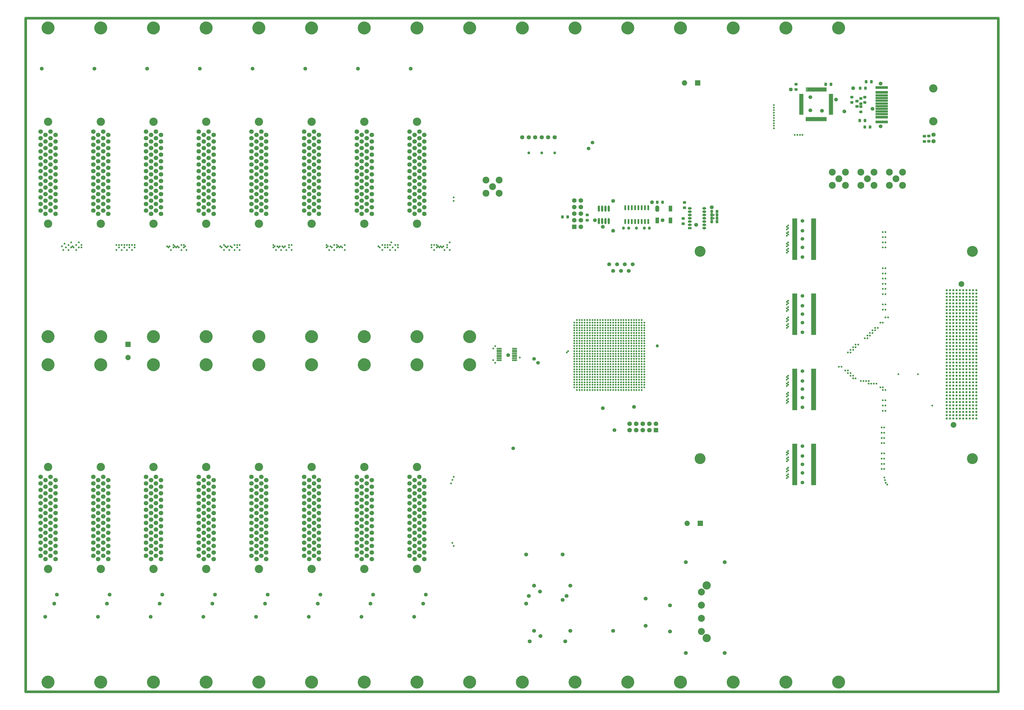
<source format=gbs>
%FSAX43Y43*%
%MOMM*%
G71*
G01*
G75*
G04 Layer_Color=16711935*
%ADD10C,0.175*%
%ADD11O,0.305X1.016*%
%ADD12O,0.813X0.305*%
%ADD13R,0.762X2.540*%
%ADD14R,5.000X6.000*%
%ADD15O,1.016X0.305*%
%ADD16O,0.305X0.813*%
%ADD17R,3.048X3.048*%
%ADD18R,2.540X0.762*%
%ADD19R,6.000X5.000*%
%ADD20R,3.048X3.048*%
%ADD21O,0.508X1.016*%
%ADD22O,1.524X0.508*%
%ADD23O,1.016X0.508*%
%ADD24O,0.508X1.524*%
%ADD25O,2.100X6.000*%
%ADD26O,2.100X6.000*%
%ADD27C,0.150*%
%ADD28C,0.200*%
%ADD29C,0.120*%
%ADD30C,0.508*%
%ADD31C,1.524*%
%ADD32C,0.500*%
%ADD33C,1.000*%
%ADD34C,0.254*%
%ADD35C,1.160*%
%ADD36C,1.016*%
%ADD37C,0.400*%
%ADD38C,0.300*%
%ADD39C,0.305*%
%ADD40C,1.850*%
%ADD41R,1.850X1.850*%
%ADD42R,1.850X1.850*%
%ADD43C,4.000*%
%ADD44C,1.422*%
%ADD45C,2.438*%
%ADD46C,1.524*%
%ADD47C,3.000*%
%ADD48C,2.500*%
%ADD49C,1.575*%
%ADD50R,1.575X1.575*%
%ADD51R,1.575X1.575*%
%ADD52C,0.500*%
%ADD53C,1.300*%
%ADD54C,1.000*%
%ADD55C,1.200*%
%ADD56C,1.270*%
%ADD57C,0.600*%
%ADD58C,0.900*%
%ADD59C,2.000*%
G04:AMPARAMS|DCode=60|XSize=1.85mm|YSize=1.85mm|CornerRadius=0mm|HoleSize=0mm|Usage=FLASHONLY|Rotation=0.000|XOffset=0mm|YOffset=0mm|HoleType=Round|Shape=Relief|Width=0.175mm|Gap=0.2mm|Entries=4|*
%AMTHD60*
7,0,0,1.850,1.450,0.175,45*
%
%ADD60THD60*%
%ADD61C,3.400*%
%ADD62C,1.213*%
G04:AMPARAMS|DCode=63|XSize=2.0708mm|YSize=2.0708mm|CornerRadius=0mm|HoleSize=0mm|Usage=FLASHONLY|Rotation=0.000|XOffset=0mm|YOffset=0mm|HoleType=Round|Shape=Relief|Width=0.175mm|Gap=0.2mm|Entries=4|*
%AMTHD63*
7,0,0,2.071,1.671,0.175,45*
%
%ADD63THD63*%
%ADD64C,1.721*%
G04:AMPARAMS|DCode=65|XSize=1.65mm|YSize=1.65mm|CornerRadius=0mm|HoleSize=0mm|Usage=FLASHONLY|Rotation=0.000|XOffset=0mm|YOffset=0mm|HoleType=Round|Shape=Relief|Width=0.175mm|Gap=0.2mm|Entries=4|*
%AMTHD65*
7,0,0,1.650,1.250,0.175,45*
%
%ADD65THD65*%
%ADD66C,2.700*%
%ADD67C,2.200*%
G04:AMPARAMS|DCode=68|XSize=2.55mm|YSize=2.55mm|CornerRadius=0mm|HoleSize=0mm|Usage=FLASHONLY|Rotation=0.000|XOffset=0mm|YOffset=0mm|HoleType=Round|Shape=Relief|Width=0.175mm|Gap=0.2mm|Entries=4|*
%AMTHD68*
7,0,0,2.550,2.150,0.175,45*
%
%ADD68THD68*%
%ADD69C,1.416*%
G04:AMPARAMS|DCode=70|XSize=1.766mm|YSize=1.766mm|CornerRadius=0mm|HoleSize=0mm|Usage=FLASHONLY|Rotation=0.000|XOffset=0mm|YOffset=0mm|HoleType=Round|Shape=Relief|Width=0.175mm|Gap=0.2mm|Entries=4|*
%AMTHD70*
7,0,0,1.766,1.366,0.175,45*
%
%ADD70THD70*%
G04:AMPARAMS|DCode=71|XSize=1.5628mm|YSize=1.5628mm|CornerRadius=0mm|HoleSize=0mm|Usage=FLASHONLY|Rotation=0.000|XOffset=0mm|YOffset=0mm|HoleType=Round|Shape=Relief|Width=0.175mm|Gap=0.2mm|Entries=4|*
%AMTHD71*
7,0,0,1.563,1.163,0.175,45*
%
%ADD71THD71*%
%ADD72C,0.650*%
%ADD73C,0.700*%
G04:AMPARAMS|DCode=74|XSize=1mm|YSize=1mm|CornerRadius=0mm|HoleSize=0mm|Usage=FLASHONLY|Rotation=0.000|XOffset=0mm|YOffset=0mm|HoleType=Round|Shape=Relief|Width=0.175mm|Gap=0.2mm|Entries=4|*
%AMTHD74*
7,0,0,1.000,0.600,0.175,45*
%
%ADD74THD74*%
G04:AMPARAMS|DCode=75|XSize=1.05mm|YSize=1.05mm|CornerRadius=0mm|HoleSize=0mm|Usage=FLASHONLY|Rotation=0.000|XOffset=0mm|YOffset=0mm|HoleType=Round|Shape=Relief|Width=0.175mm|Gap=0.2mm|Entries=4|*
%AMTHD75*
7,0,0,1.050,0.650,0.175,45*
%
%ADD75THD75*%
%ADD76C,1.100*%
%ADD77C,1.111*%
G04:AMPARAMS|DCode=78|XSize=1.4612mm|YSize=1.4612mm|CornerRadius=0mm|HoleSize=0mm|Usage=FLASHONLY|Rotation=0.000|XOffset=0mm|YOffset=0mm|HoleType=Round|Shape=Relief|Width=0.175mm|Gap=0.2mm|Entries=4|*
%AMTHD78*
7,0,0,1.461,1.061,0.175,45*
%
%ADD78THD78*%
G04:AMPARAMS|DCode=79|XSize=1.45mm|YSize=1.45mm|CornerRadius=0mm|HoleSize=0mm|Usage=FLASHONLY|Rotation=0.000|XOffset=0mm|YOffset=0mm|HoleType=Round|Shape=Relief|Width=0.175mm|Gap=0.2mm|Entries=4|*
%AMTHD79*
7,0,0,1.450,1.050,0.175,45*
%
%ADD79THD79*%
%ADD80C,0.900*%
%ADD81C,1.670*%
%ADD82C,1.000*%
%ADD83O,1.270X0.762*%
%ADD84R,1.270X0.762*%
%ADD85O,0.508X1.778*%
%ADD86R,0.508X1.778*%
%ADD87R,1.270X2.108*%
G04:AMPARAMS|DCode=88|XSize=2.108mm|YSize=1.27mm|CornerRadius=0mm|HoleSize=0mm|Usage=FLASHONLY|Rotation=270.000|XOffset=0mm|YOffset=0mm|HoleType=Round|Shape=Octagon|*
%AMOCTAGOND88*
4,1,8,-0.318,-1.054,0.318,-1.054,0.635,-0.737,0.635,0.737,0.318,1.054,-0.318,1.054,-0.635,0.737,-0.635,-0.737,-0.318,-1.054,0.0*
%
%ADD88OCTAGOND88*%

%ADD89O,0.600X2.200*%
%ADD90R,0.250X1.600*%
%ADD91O,0.250X1.600*%
%ADD92O,1.600X0.250*%
%ADD93R,4.600X0.610*%
%ADD94R,4.600X0.810*%
%ADD95R,1.650X0.300*%
%ADD96O,1.778X0.381*%
%ADD97R,1.778X0.381*%
%ADD98C,0.250*%
%ADD99C,0.203*%
%ADD100O,0.508X1.219*%
%ADD101R,0.965X2.743*%
%ADD102R,5.203X6.203*%
%ADD103O,1.219X0.508*%
%ADD104R,3.251X3.251*%
%ADD105R,2.743X0.965*%
%ADD106R,6.203X5.203*%
%ADD107R,3.251X3.251*%
%ADD108O,0.711X1.219*%
%ADD109O,1.727X0.711*%
%ADD110O,1.219X0.711*%
%ADD111O,0.711X1.727*%
%ADD112O,2.303X6.203*%
%ADD113O,2.303X6.203*%
%ADD114C,2.053*%
%ADD115R,2.053X2.053*%
%ADD116R,2.053X2.053*%
%ADD117C,0.203*%
%ADD118C,4.203*%
%ADD119C,1.626*%
%ADD120C,2.642*%
%ADD121C,1.727*%
%ADD122C,3.203*%
%ADD123C,2.703*%
%ADD124C,1.778*%
%ADD125R,1.778X1.778*%
%ADD126R,1.778X1.778*%
%ADD127C,0.703*%
%ADD128C,1.503*%
%ADD129C,1.203*%
%ADD130C,1.403*%
%ADD131C,1.473*%
%ADD132C,0.803*%
%ADD133C,2.203*%
%ADD134C,2.500*%
%ADD135O,1.473X0.965*%
%ADD136R,1.473X0.965*%
%ADD137O,0.711X1.981*%
%ADD138R,0.711X1.981*%
%ADD139R,1.473X2.311*%
G04:AMPARAMS|DCode=140|XSize=2.311mm|YSize=1.473mm|CornerRadius=0mm|HoleSize=0mm|Usage=FLASHONLY|Rotation=270.000|XOffset=0mm|YOffset=0mm|HoleType=Round|Shape=Octagon|*
%AMOCTAGOND140*
4,1,8,-0.368,-1.156,0.368,-1.156,0.737,-0.787,0.737,0.787,0.368,1.156,-0.368,1.156,-0.737,0.787,-0.737,-0.787,-0.368,-1.156,0.0*
%
%ADD140OCTAGOND140*%

%ADD141O,0.803X2.403*%
%ADD142R,0.453X1.803*%
%ADD143O,0.453X1.803*%
%ADD144O,1.803X0.453*%
%ADD145R,4.803X0.813*%
%ADD146R,4.803X1.013*%
%ADD147R,1.853X0.503*%
%ADD148O,1.981X0.584*%
%ADD149R,1.981X0.584*%
%ADD150C,1.103*%
G54D21*
X0278144Y0205700D02*
D03*
X0278856D02*
D03*
Y0207732D02*
D03*
X0278144D02*
D03*
X0278644Y0211900D02*
D03*
X0279356D02*
D03*
Y0213932D02*
D03*
X0278644D02*
D03*
X0321644Y0257500D02*
D03*
X0322356D02*
D03*
Y0259532D02*
D03*
X0321644D02*
D03*
X0371856Y0239500D02*
D03*
X0371144D02*
D03*
Y0237468D02*
D03*
X0371856D02*
D03*
X0346644Y0252000D02*
D03*
X0347356D02*
D03*
Y0254032D02*
D03*
X0346644D02*
D03*
Y0248900D02*
D03*
X0347356D02*
D03*
Y0250932D02*
D03*
X0346644D02*
D03*
X0348144Y0252500D02*
D03*
X0348856D02*
D03*
Y0254532D02*
D03*
X0348144D02*
D03*
X0343856Y0254500D02*
D03*
X0343144D02*
D03*
Y0252468D02*
D03*
X0343856D02*
D03*
X0345145Y0251014D02*
D03*
X0345857D02*
D03*
Y0253046D02*
D03*
X0345145D02*
D03*
X0372844Y0237500D02*
D03*
X0373556D02*
D03*
Y0239532D02*
D03*
X0372844D02*
D03*
X0241856Y0209100D02*
D03*
X0241144D02*
D03*
Y0207068D02*
D03*
X0241856D02*
D03*
G54D23*
X0291500Y0206144D02*
D03*
Y0206856D02*
D03*
X0289468D02*
D03*
Y0206144D02*
D03*
X0291500Y0207444D02*
D03*
Y0208156D02*
D03*
X0289468D02*
D03*
Y0207444D02*
D03*
X0291500Y0208744D02*
D03*
Y0209456D02*
D03*
X0289468D02*
D03*
Y0208744D02*
D03*
X0291500Y0210044D02*
D03*
Y0210756D02*
D03*
X0289468D02*
D03*
Y0210044D02*
D03*
X0268500Y0213644D02*
D03*
Y0214356D02*
D03*
X0270532D02*
D03*
Y0213644D02*
D03*
X0231968Y0207944D02*
D03*
Y0208656D02*
D03*
X0234000D02*
D03*
Y0207944D02*
D03*
X0346551Y0245856D02*
D03*
Y0245144D02*
D03*
X0348583D02*
D03*
Y0245856D02*
D03*
X0346700Y0258356D02*
D03*
Y0257644D02*
D03*
X0348732D02*
D03*
Y0258356D02*
D03*
X0350532Y0242644D02*
D03*
Y0243356D02*
D03*
X0348500D02*
D03*
Y0242644D02*
D03*
X0351032Y0260144D02*
D03*
Y0260856D02*
D03*
X0349000D02*
D03*
Y0260144D02*
D03*
X0335500Y0259144D02*
D03*
Y0259856D02*
D03*
X0333468D02*
D03*
Y0259144D02*
D03*
G54D33*
X0025000Y0025000D02*
Y0285000D01*
X0400000D01*
X0025000Y0025000D02*
X0400000D01*
Y0025000D02*
Y0285000D01*
G54D100*
X0291500Y0206500D02*
D03*
X0289468D02*
D03*
X0291246D02*
D03*
X0291754D02*
D03*
X0289722D02*
D03*
X0289214D02*
D03*
X0291500Y0207800D02*
D03*
X0289468D02*
D03*
X0291246D02*
D03*
X0291754D02*
D03*
X0289722D02*
D03*
X0289214D02*
D03*
X0291500Y0209100D02*
D03*
X0289468D02*
D03*
X0291246D02*
D03*
X0291754D02*
D03*
X0289722D02*
D03*
X0289214D02*
D03*
X0291500Y0210400D02*
D03*
X0289468D02*
D03*
X0291246D02*
D03*
X0291754D02*
D03*
X0289722D02*
D03*
X0289214D02*
D03*
X0268246Y0214000D02*
D03*
X0268754D02*
D03*
X0270786D02*
D03*
X0270278D02*
D03*
X0268500D02*
D03*
X0270532D02*
D03*
X0231714Y0208300D02*
D03*
X0232222D02*
D03*
X0234254D02*
D03*
X0233746D02*
D03*
X0231968D02*
D03*
X0234000D02*
D03*
X0346551Y0245500D02*
D03*
X0348583D02*
D03*
X0346805D02*
D03*
X0346297D02*
D03*
X0348329D02*
D03*
X0348837D02*
D03*
X0346700Y0258000D02*
D03*
X0348732D02*
D03*
X0346954D02*
D03*
X0346446D02*
D03*
X0348478D02*
D03*
X0348986D02*
D03*
X0350532Y0243000D02*
D03*
X0348500D02*
D03*
X0350278D02*
D03*
X0350786D02*
D03*
X0348754D02*
D03*
X0348246D02*
D03*
X0351032Y0260500D02*
D03*
X0349000D02*
D03*
X0350778D02*
D03*
X0351286D02*
D03*
X0349254D02*
D03*
X0348746D02*
D03*
X0335500Y0259500D02*
D03*
X0333468D02*
D03*
X0335246D02*
D03*
X0335754D02*
D03*
X0333722D02*
D03*
X0333214D02*
D03*
G54D103*
X0278500Y0205700D02*
D03*
Y0207732D02*
D03*
Y0205954D02*
D03*
Y0205446D02*
D03*
Y0207478D02*
D03*
Y0207986D02*
D03*
X0279000Y0211900D02*
D03*
Y0213932D02*
D03*
Y0212154D02*
D03*
Y0211646D02*
D03*
Y0213678D02*
D03*
Y0214186D02*
D03*
X0322000Y0257500D02*
D03*
Y0259532D02*
D03*
Y0257754D02*
D03*
Y0257246D02*
D03*
Y0259278D02*
D03*
Y0259786D02*
D03*
X0371500Y0239500D02*
D03*
Y0237468D02*
D03*
Y0239246D02*
D03*
Y0239754D02*
D03*
Y0237722D02*
D03*
Y0237214D02*
D03*
X0347000Y0252000D02*
D03*
Y0254032D02*
D03*
Y0252254D02*
D03*
Y0251746D02*
D03*
Y0253778D02*
D03*
Y0254286D02*
D03*
Y0248900D02*
D03*
Y0250932D02*
D03*
Y0249154D02*
D03*
Y0248646D02*
D03*
Y0250678D02*
D03*
Y0251186D02*
D03*
X0348500Y0252500D02*
D03*
Y0254532D02*
D03*
Y0252754D02*
D03*
Y0252246D02*
D03*
Y0254278D02*
D03*
Y0254786D02*
D03*
X0343500Y0254500D02*
D03*
Y0252468D02*
D03*
Y0254246D02*
D03*
Y0254754D02*
D03*
Y0252722D02*
D03*
Y0252214D02*
D03*
X0345501Y0251014D02*
D03*
Y0253046D02*
D03*
Y0251268D02*
D03*
Y0250760D02*
D03*
Y0252792D02*
D03*
Y0253300D02*
D03*
X0373200Y0237500D02*
D03*
Y0239532D02*
D03*
Y0237754D02*
D03*
Y0237246D02*
D03*
Y0239278D02*
D03*
Y0239786D02*
D03*
X0241500Y0209100D02*
D03*
Y0207068D02*
D03*
Y0208846D02*
D03*
Y0209354D02*
D03*
Y0207322D02*
D03*
Y0206814D02*
D03*
G54D114*
X0064500Y0154000D02*
D03*
X0280000Y0090000D02*
D03*
X0279000Y0260000D02*
D03*
G54D115*
X0064500Y0159080D02*
D03*
G54D116*
X0285080Y0090000D02*
D03*
X0284080Y0260000D02*
D03*
G54D117*
X0135220Y0162100D02*
D03*
X0114900D02*
D03*
X0094580D02*
D03*
X0074260D02*
D03*
X0053940D02*
D03*
X0155540D02*
D03*
X0175860D02*
D03*
X0196180D02*
D03*
X0135220Y0151250D02*
D03*
X0114900D02*
D03*
X0094580D02*
D03*
X0074260D02*
D03*
X0053940D02*
D03*
X0033620D02*
D03*
X0155540D02*
D03*
X0175860D02*
D03*
X0196180D02*
D03*
X0135220Y0028750D02*
D03*
X0114900D02*
D03*
X0094580D02*
D03*
X0074260D02*
D03*
X0053940D02*
D03*
X0033620D02*
D03*
X0155540D02*
D03*
X0175860D02*
D03*
X0196180D02*
D03*
X0216500D02*
D03*
X0338420D02*
D03*
X0236820D02*
D03*
X0257140D02*
D03*
X0277460D02*
D03*
X0297780D02*
D03*
X0318100D02*
D03*
Y0281250D02*
D03*
X0236820D02*
D03*
X0257140D02*
D03*
X0277460D02*
D03*
X0297780D02*
D03*
X0338420D02*
D03*
X0216500D02*
D03*
X0196180D02*
D03*
X0175860D02*
D03*
X0155540D02*
D03*
X0033620Y0162100D02*
D03*
X0114900Y0281250D02*
D03*
X0094580D02*
D03*
X0074260D02*
D03*
X0053940D02*
D03*
X0033620D02*
D03*
X0135220D02*
D03*
G54D118*
X0285000Y0195000D02*
D03*
Y0115000D02*
D03*
X0390000D02*
D03*
Y0195000D02*
D03*
G54D119*
X0226460Y0239000D02*
D03*
X0229000D02*
D03*
X0221460Y0239000D02*
D03*
X0224000D02*
D03*
X0216460D02*
D03*
X0219000D02*
D03*
X0375000Y0240040D02*
D03*
Y0237500D02*
D03*
G54D120*
X0335960Y0220460D02*
D03*
Y0225540D02*
D03*
X0341040D02*
D03*
Y0220460D02*
D03*
X0338500Y0223000D02*
D03*
X0346960Y0220460D02*
D03*
Y0225540D02*
D03*
X0352040D02*
D03*
Y0220460D02*
D03*
X0349500Y0223000D02*
D03*
X0357960Y0220460D02*
D03*
Y0225540D02*
D03*
X0363040D02*
D03*
Y0220460D02*
D03*
X0360500Y0223000D02*
D03*
X0202460Y0222540D02*
D03*
X0207540D02*
D03*
Y0217460D02*
D03*
X0202460D02*
D03*
X0205000Y0220000D02*
D03*
G54D121*
X0174908Y0239980D02*
D03*
Y0209500D02*
D03*
Y0212040D02*
D03*
Y0214580D02*
D03*
Y0217120D02*
D03*
Y0219660D02*
D03*
Y0222200D02*
D03*
Y0224740D02*
D03*
Y0227280D02*
D03*
Y0229820D02*
D03*
Y0232360D02*
D03*
Y0234900D02*
D03*
Y0237440D02*
D03*
X0173003Y0238710D02*
D03*
Y0236170D02*
D03*
Y0233630D02*
D03*
Y0231090D02*
D03*
Y0228550D02*
D03*
Y0226010D02*
D03*
Y0223470D02*
D03*
Y0220930D02*
D03*
Y0218390D02*
D03*
Y0215850D02*
D03*
Y0213310D02*
D03*
Y0210770D02*
D03*
Y0241250D02*
D03*
X0176812D02*
D03*
Y0210770D02*
D03*
Y0213310D02*
D03*
Y0215850D02*
D03*
Y0218390D02*
D03*
Y0220930D02*
D03*
Y0223470D02*
D03*
Y0226010D02*
D03*
Y0228550D02*
D03*
Y0231090D02*
D03*
Y0233630D02*
D03*
Y0236170D02*
D03*
Y0238710D02*
D03*
X0178717Y0237440D02*
D03*
Y0234900D02*
D03*
Y0232360D02*
D03*
Y0229820D02*
D03*
Y0227280D02*
D03*
Y0224740D02*
D03*
Y0222200D02*
D03*
Y0219660D02*
D03*
Y0217120D02*
D03*
Y0214580D02*
D03*
Y0212040D02*
D03*
Y0209500D02*
D03*
Y0239980D02*
D03*
X0154587D02*
D03*
Y0209500D02*
D03*
Y0212040D02*
D03*
Y0214580D02*
D03*
Y0217120D02*
D03*
Y0219660D02*
D03*
Y0222200D02*
D03*
Y0224740D02*
D03*
Y0227280D02*
D03*
Y0229820D02*
D03*
Y0232360D02*
D03*
Y0234900D02*
D03*
Y0237440D02*
D03*
X0152682Y0238710D02*
D03*
Y0236170D02*
D03*
Y0233630D02*
D03*
Y0231090D02*
D03*
Y0228550D02*
D03*
Y0226010D02*
D03*
Y0223470D02*
D03*
Y0220930D02*
D03*
Y0218390D02*
D03*
Y0215850D02*
D03*
Y0213310D02*
D03*
Y0210770D02*
D03*
Y0241250D02*
D03*
X0156492D02*
D03*
Y0210770D02*
D03*
Y0213310D02*
D03*
Y0215850D02*
D03*
Y0218390D02*
D03*
Y0220930D02*
D03*
Y0223470D02*
D03*
Y0226010D02*
D03*
Y0228550D02*
D03*
Y0231090D02*
D03*
Y0233630D02*
D03*
Y0236170D02*
D03*
Y0238710D02*
D03*
X0158398Y0237440D02*
D03*
Y0234900D02*
D03*
Y0232360D02*
D03*
Y0229820D02*
D03*
Y0227280D02*
D03*
Y0224740D02*
D03*
Y0222200D02*
D03*
Y0219660D02*
D03*
Y0217120D02*
D03*
Y0214580D02*
D03*
Y0212040D02*
D03*
Y0209500D02*
D03*
Y0239980D02*
D03*
X0134268D02*
D03*
Y0209500D02*
D03*
Y0212040D02*
D03*
Y0214580D02*
D03*
Y0217120D02*
D03*
Y0219660D02*
D03*
Y0222200D02*
D03*
Y0224740D02*
D03*
Y0227280D02*
D03*
Y0229820D02*
D03*
Y0232360D02*
D03*
Y0234900D02*
D03*
Y0237440D02*
D03*
X0132363Y0238710D02*
D03*
Y0236170D02*
D03*
Y0233630D02*
D03*
Y0231090D02*
D03*
Y0228550D02*
D03*
Y0226010D02*
D03*
Y0223470D02*
D03*
Y0220930D02*
D03*
Y0218390D02*
D03*
Y0215850D02*
D03*
Y0213310D02*
D03*
Y0210770D02*
D03*
Y0241250D02*
D03*
X0136173D02*
D03*
Y0210770D02*
D03*
Y0213310D02*
D03*
Y0215850D02*
D03*
Y0218390D02*
D03*
Y0220930D02*
D03*
Y0223470D02*
D03*
Y0226010D02*
D03*
Y0228550D02*
D03*
Y0231090D02*
D03*
Y0233630D02*
D03*
Y0236170D02*
D03*
Y0238710D02*
D03*
X0138077Y0237440D02*
D03*
Y0234900D02*
D03*
Y0232360D02*
D03*
Y0229820D02*
D03*
Y0227280D02*
D03*
Y0224740D02*
D03*
Y0222200D02*
D03*
Y0219660D02*
D03*
Y0217120D02*
D03*
Y0214580D02*
D03*
Y0212040D02*
D03*
Y0209500D02*
D03*
Y0239980D02*
D03*
X0113948D02*
D03*
Y0209500D02*
D03*
Y0212040D02*
D03*
Y0214580D02*
D03*
Y0217120D02*
D03*
Y0219660D02*
D03*
Y0222200D02*
D03*
Y0224740D02*
D03*
Y0227280D02*
D03*
Y0229820D02*
D03*
Y0232360D02*
D03*
Y0234900D02*
D03*
Y0237440D02*
D03*
X0112043Y0238710D02*
D03*
Y0236170D02*
D03*
Y0233630D02*
D03*
Y0231090D02*
D03*
Y0228550D02*
D03*
Y0226010D02*
D03*
Y0223470D02*
D03*
Y0220930D02*
D03*
Y0218390D02*
D03*
Y0215850D02*
D03*
Y0213310D02*
D03*
Y0210770D02*
D03*
Y0241250D02*
D03*
X0115853D02*
D03*
Y0210770D02*
D03*
Y0213310D02*
D03*
Y0215850D02*
D03*
Y0218390D02*
D03*
Y0220930D02*
D03*
Y0223470D02*
D03*
Y0226010D02*
D03*
Y0228550D02*
D03*
Y0231090D02*
D03*
Y0233630D02*
D03*
Y0236170D02*
D03*
Y0238710D02*
D03*
X0117757Y0237440D02*
D03*
Y0234900D02*
D03*
Y0232360D02*
D03*
Y0229820D02*
D03*
Y0227280D02*
D03*
Y0224740D02*
D03*
Y0222200D02*
D03*
Y0219660D02*
D03*
Y0217120D02*
D03*
Y0214580D02*
D03*
Y0212040D02*
D03*
Y0209500D02*
D03*
Y0239980D02*
D03*
X0093628D02*
D03*
Y0209500D02*
D03*
Y0212040D02*
D03*
Y0214580D02*
D03*
Y0217120D02*
D03*
Y0219660D02*
D03*
Y0222200D02*
D03*
Y0224740D02*
D03*
Y0227280D02*
D03*
Y0229820D02*
D03*
Y0232360D02*
D03*
Y0234900D02*
D03*
Y0237440D02*
D03*
X0091723Y0238710D02*
D03*
Y0236170D02*
D03*
Y0233630D02*
D03*
Y0231090D02*
D03*
Y0228550D02*
D03*
Y0226010D02*
D03*
Y0223470D02*
D03*
Y0220930D02*
D03*
Y0218390D02*
D03*
Y0215850D02*
D03*
Y0213310D02*
D03*
Y0210770D02*
D03*
Y0241250D02*
D03*
X0095533D02*
D03*
Y0210770D02*
D03*
Y0213310D02*
D03*
Y0215850D02*
D03*
Y0218390D02*
D03*
Y0220930D02*
D03*
Y0223470D02*
D03*
Y0226010D02*
D03*
Y0228550D02*
D03*
Y0231090D02*
D03*
Y0233630D02*
D03*
Y0236170D02*
D03*
Y0238710D02*
D03*
X0097438Y0237440D02*
D03*
Y0234900D02*
D03*
Y0232360D02*
D03*
Y0229820D02*
D03*
Y0227280D02*
D03*
Y0224740D02*
D03*
Y0222200D02*
D03*
Y0219660D02*
D03*
Y0217120D02*
D03*
Y0214580D02*
D03*
Y0212040D02*
D03*
Y0209500D02*
D03*
Y0239980D02*
D03*
X0073308D02*
D03*
Y0209500D02*
D03*
Y0212040D02*
D03*
Y0214580D02*
D03*
Y0217120D02*
D03*
Y0219660D02*
D03*
Y0222200D02*
D03*
Y0224740D02*
D03*
Y0227280D02*
D03*
Y0229820D02*
D03*
Y0232360D02*
D03*
Y0234900D02*
D03*
Y0237440D02*
D03*
X0071402Y0238710D02*
D03*
Y0236170D02*
D03*
Y0233630D02*
D03*
Y0231090D02*
D03*
Y0228550D02*
D03*
Y0226010D02*
D03*
Y0223470D02*
D03*
Y0220930D02*
D03*
Y0218390D02*
D03*
Y0215850D02*
D03*
Y0213310D02*
D03*
Y0210770D02*
D03*
Y0241250D02*
D03*
X0075213D02*
D03*
Y0210770D02*
D03*
Y0213310D02*
D03*
Y0215850D02*
D03*
Y0218390D02*
D03*
Y0220930D02*
D03*
Y0223470D02*
D03*
Y0226010D02*
D03*
Y0228550D02*
D03*
Y0231090D02*
D03*
Y0233630D02*
D03*
Y0236170D02*
D03*
Y0238710D02*
D03*
X0077118Y0237440D02*
D03*
Y0234900D02*
D03*
Y0232360D02*
D03*
Y0229820D02*
D03*
Y0227280D02*
D03*
Y0224740D02*
D03*
Y0222200D02*
D03*
Y0219660D02*
D03*
Y0217120D02*
D03*
Y0214580D02*
D03*
Y0212040D02*
D03*
Y0209500D02*
D03*
Y0239980D02*
D03*
X0052987D02*
D03*
Y0209500D02*
D03*
Y0212040D02*
D03*
Y0214580D02*
D03*
Y0217120D02*
D03*
Y0219660D02*
D03*
Y0222200D02*
D03*
Y0224740D02*
D03*
Y0227280D02*
D03*
Y0229820D02*
D03*
Y0232360D02*
D03*
Y0234900D02*
D03*
Y0237440D02*
D03*
X0051083Y0238710D02*
D03*
Y0236170D02*
D03*
Y0233630D02*
D03*
Y0231090D02*
D03*
Y0228550D02*
D03*
Y0226010D02*
D03*
Y0223470D02*
D03*
Y0220930D02*
D03*
Y0218390D02*
D03*
Y0215850D02*
D03*
Y0213310D02*
D03*
Y0210770D02*
D03*
Y0241250D02*
D03*
X0054893D02*
D03*
Y0210770D02*
D03*
Y0213310D02*
D03*
Y0215850D02*
D03*
Y0218390D02*
D03*
Y0220930D02*
D03*
Y0223470D02*
D03*
Y0226010D02*
D03*
Y0228550D02*
D03*
Y0231090D02*
D03*
Y0233630D02*
D03*
Y0236170D02*
D03*
Y0238710D02*
D03*
X0056798Y0237440D02*
D03*
Y0234900D02*
D03*
Y0232360D02*
D03*
Y0229820D02*
D03*
Y0227280D02*
D03*
Y0224740D02*
D03*
Y0222200D02*
D03*
Y0219660D02*
D03*
Y0217120D02*
D03*
Y0214580D02*
D03*
Y0212040D02*
D03*
Y0209500D02*
D03*
Y0239980D02*
D03*
X0032667D02*
D03*
Y0209500D02*
D03*
Y0212040D02*
D03*
Y0214580D02*
D03*
Y0217120D02*
D03*
Y0219660D02*
D03*
Y0222200D02*
D03*
Y0224740D02*
D03*
Y0227280D02*
D03*
Y0229820D02*
D03*
Y0232360D02*
D03*
Y0234900D02*
D03*
Y0237440D02*
D03*
X0030763Y0238710D02*
D03*
Y0236170D02*
D03*
Y0233630D02*
D03*
Y0231090D02*
D03*
Y0228550D02*
D03*
Y0226010D02*
D03*
Y0223470D02*
D03*
Y0220930D02*
D03*
Y0218390D02*
D03*
Y0215850D02*
D03*
Y0213310D02*
D03*
Y0210770D02*
D03*
Y0241250D02*
D03*
X0034572D02*
D03*
Y0210770D02*
D03*
Y0213310D02*
D03*
Y0215850D02*
D03*
Y0218390D02*
D03*
Y0220930D02*
D03*
Y0223470D02*
D03*
Y0226010D02*
D03*
Y0228550D02*
D03*
Y0231090D02*
D03*
Y0233630D02*
D03*
Y0236170D02*
D03*
Y0238710D02*
D03*
X0036478Y0237440D02*
D03*
Y0234900D02*
D03*
Y0232360D02*
D03*
Y0229820D02*
D03*
Y0227280D02*
D03*
Y0224740D02*
D03*
Y0222200D02*
D03*
Y0219660D02*
D03*
Y0217120D02*
D03*
Y0214580D02*
D03*
Y0212040D02*
D03*
Y0209500D02*
D03*
Y0239980D02*
D03*
X0174908Y0106730D02*
D03*
Y0076250D02*
D03*
Y0078790D02*
D03*
Y0081330D02*
D03*
Y0083870D02*
D03*
Y0086410D02*
D03*
Y0088950D02*
D03*
Y0091490D02*
D03*
Y0094030D02*
D03*
Y0096570D02*
D03*
Y0099110D02*
D03*
Y0101650D02*
D03*
Y0104190D02*
D03*
X0173003Y0105460D02*
D03*
Y0102920D02*
D03*
Y0100380D02*
D03*
Y0097840D02*
D03*
Y0095300D02*
D03*
Y0092760D02*
D03*
Y0090220D02*
D03*
Y0087680D02*
D03*
Y0085140D02*
D03*
Y0082600D02*
D03*
Y0080060D02*
D03*
Y0077520D02*
D03*
Y0108000D02*
D03*
X0176812D02*
D03*
Y0077520D02*
D03*
Y0080060D02*
D03*
Y0082600D02*
D03*
Y0085140D02*
D03*
Y0087680D02*
D03*
Y0090220D02*
D03*
Y0092760D02*
D03*
Y0095300D02*
D03*
Y0097840D02*
D03*
Y0100380D02*
D03*
Y0102920D02*
D03*
Y0105460D02*
D03*
X0178717Y0104190D02*
D03*
Y0101650D02*
D03*
Y0099110D02*
D03*
Y0096570D02*
D03*
Y0094030D02*
D03*
Y0091490D02*
D03*
Y0088950D02*
D03*
Y0086410D02*
D03*
Y0083870D02*
D03*
Y0081330D02*
D03*
Y0078790D02*
D03*
Y0076250D02*
D03*
Y0106730D02*
D03*
X0154587D02*
D03*
Y0076250D02*
D03*
Y0078790D02*
D03*
Y0081330D02*
D03*
Y0083870D02*
D03*
Y0086410D02*
D03*
Y0088950D02*
D03*
Y0091490D02*
D03*
Y0094030D02*
D03*
Y0096570D02*
D03*
Y0099110D02*
D03*
Y0101650D02*
D03*
Y0104190D02*
D03*
X0152682Y0105460D02*
D03*
Y0102920D02*
D03*
Y0100380D02*
D03*
Y0097840D02*
D03*
Y0095300D02*
D03*
Y0092760D02*
D03*
Y0090220D02*
D03*
Y0087680D02*
D03*
Y0085140D02*
D03*
Y0082600D02*
D03*
Y0080060D02*
D03*
Y0077520D02*
D03*
Y0108000D02*
D03*
X0156492D02*
D03*
Y0077520D02*
D03*
Y0080060D02*
D03*
Y0082600D02*
D03*
Y0085140D02*
D03*
Y0087680D02*
D03*
Y0090220D02*
D03*
Y0092760D02*
D03*
Y0095300D02*
D03*
Y0097840D02*
D03*
Y0100380D02*
D03*
Y0102920D02*
D03*
Y0105460D02*
D03*
X0158398Y0104190D02*
D03*
Y0101650D02*
D03*
Y0099110D02*
D03*
Y0096570D02*
D03*
Y0094030D02*
D03*
Y0091490D02*
D03*
Y0088950D02*
D03*
Y0086410D02*
D03*
Y0083870D02*
D03*
Y0081330D02*
D03*
Y0078790D02*
D03*
Y0076250D02*
D03*
Y0106730D02*
D03*
X0134268D02*
D03*
Y0076250D02*
D03*
Y0078790D02*
D03*
Y0081330D02*
D03*
Y0083870D02*
D03*
Y0086410D02*
D03*
Y0088950D02*
D03*
Y0091490D02*
D03*
Y0094030D02*
D03*
Y0096570D02*
D03*
Y0099110D02*
D03*
Y0101650D02*
D03*
Y0104190D02*
D03*
X0132363Y0105460D02*
D03*
Y0102920D02*
D03*
Y0100380D02*
D03*
Y0097840D02*
D03*
Y0095300D02*
D03*
Y0092760D02*
D03*
Y0090220D02*
D03*
Y0087680D02*
D03*
Y0085140D02*
D03*
Y0082600D02*
D03*
Y0080060D02*
D03*
Y0077520D02*
D03*
Y0108000D02*
D03*
X0136173D02*
D03*
Y0077520D02*
D03*
Y0080060D02*
D03*
Y0082600D02*
D03*
Y0085140D02*
D03*
Y0087680D02*
D03*
Y0090220D02*
D03*
Y0092760D02*
D03*
Y0095300D02*
D03*
Y0097840D02*
D03*
Y0100380D02*
D03*
Y0102920D02*
D03*
Y0105460D02*
D03*
X0138077Y0104190D02*
D03*
Y0101650D02*
D03*
Y0099110D02*
D03*
Y0096570D02*
D03*
Y0094030D02*
D03*
Y0091490D02*
D03*
Y0088950D02*
D03*
Y0086410D02*
D03*
Y0083870D02*
D03*
Y0081330D02*
D03*
Y0078790D02*
D03*
Y0076250D02*
D03*
Y0106730D02*
D03*
X0113948D02*
D03*
Y0076250D02*
D03*
Y0078790D02*
D03*
Y0081330D02*
D03*
Y0083870D02*
D03*
Y0086410D02*
D03*
Y0088950D02*
D03*
Y0091490D02*
D03*
Y0094030D02*
D03*
Y0096570D02*
D03*
Y0099110D02*
D03*
Y0101650D02*
D03*
Y0104190D02*
D03*
X0112043Y0105460D02*
D03*
Y0102920D02*
D03*
Y0100380D02*
D03*
Y0097840D02*
D03*
Y0095300D02*
D03*
Y0092760D02*
D03*
Y0090220D02*
D03*
Y0087680D02*
D03*
Y0085140D02*
D03*
Y0082600D02*
D03*
Y0080060D02*
D03*
Y0077520D02*
D03*
Y0108000D02*
D03*
X0115853D02*
D03*
Y0077520D02*
D03*
Y0080060D02*
D03*
Y0082600D02*
D03*
Y0085140D02*
D03*
Y0087680D02*
D03*
Y0090220D02*
D03*
Y0092760D02*
D03*
Y0095300D02*
D03*
Y0097840D02*
D03*
Y0100380D02*
D03*
Y0102920D02*
D03*
Y0105460D02*
D03*
X0117757Y0104190D02*
D03*
Y0101650D02*
D03*
Y0099110D02*
D03*
Y0096570D02*
D03*
Y0094030D02*
D03*
Y0091490D02*
D03*
Y0088950D02*
D03*
Y0086410D02*
D03*
Y0083870D02*
D03*
Y0081330D02*
D03*
Y0078790D02*
D03*
Y0076250D02*
D03*
Y0106730D02*
D03*
X0093628D02*
D03*
Y0076250D02*
D03*
Y0078790D02*
D03*
Y0081330D02*
D03*
Y0083870D02*
D03*
Y0086410D02*
D03*
Y0088950D02*
D03*
Y0091490D02*
D03*
Y0094030D02*
D03*
Y0096570D02*
D03*
Y0099110D02*
D03*
Y0101650D02*
D03*
Y0104190D02*
D03*
X0091723Y0105460D02*
D03*
Y0102920D02*
D03*
Y0100380D02*
D03*
Y0097840D02*
D03*
Y0095300D02*
D03*
Y0092760D02*
D03*
Y0090220D02*
D03*
Y0087680D02*
D03*
Y0085140D02*
D03*
Y0082600D02*
D03*
Y0080060D02*
D03*
Y0077520D02*
D03*
Y0108000D02*
D03*
X0095533D02*
D03*
Y0077520D02*
D03*
Y0080060D02*
D03*
Y0082600D02*
D03*
Y0085140D02*
D03*
Y0087680D02*
D03*
Y0090220D02*
D03*
Y0092760D02*
D03*
Y0095300D02*
D03*
Y0097840D02*
D03*
Y0100380D02*
D03*
Y0102920D02*
D03*
Y0105460D02*
D03*
X0097438Y0104190D02*
D03*
Y0101650D02*
D03*
Y0099110D02*
D03*
Y0096570D02*
D03*
Y0094030D02*
D03*
Y0091490D02*
D03*
Y0088950D02*
D03*
Y0086410D02*
D03*
Y0083870D02*
D03*
Y0081330D02*
D03*
Y0078790D02*
D03*
Y0076250D02*
D03*
Y0106730D02*
D03*
X0073308D02*
D03*
Y0076250D02*
D03*
Y0078790D02*
D03*
Y0081330D02*
D03*
Y0083870D02*
D03*
Y0086410D02*
D03*
Y0088950D02*
D03*
Y0091490D02*
D03*
Y0094030D02*
D03*
Y0096570D02*
D03*
Y0099110D02*
D03*
Y0101650D02*
D03*
Y0104190D02*
D03*
X0071402Y0105460D02*
D03*
Y0102920D02*
D03*
Y0100380D02*
D03*
Y0097840D02*
D03*
Y0095300D02*
D03*
Y0092760D02*
D03*
Y0090220D02*
D03*
Y0087680D02*
D03*
Y0085140D02*
D03*
Y0082600D02*
D03*
Y0080060D02*
D03*
Y0077520D02*
D03*
Y0108000D02*
D03*
X0075213D02*
D03*
Y0077520D02*
D03*
Y0080060D02*
D03*
Y0082600D02*
D03*
Y0085140D02*
D03*
Y0087680D02*
D03*
Y0090220D02*
D03*
Y0092760D02*
D03*
Y0095300D02*
D03*
Y0097840D02*
D03*
Y0100380D02*
D03*
Y0102920D02*
D03*
Y0105460D02*
D03*
X0077118Y0104190D02*
D03*
Y0101650D02*
D03*
Y0099110D02*
D03*
Y0096570D02*
D03*
Y0094030D02*
D03*
Y0091490D02*
D03*
Y0088950D02*
D03*
Y0086410D02*
D03*
Y0083870D02*
D03*
Y0081330D02*
D03*
Y0078790D02*
D03*
Y0076250D02*
D03*
Y0106730D02*
D03*
X0052987D02*
D03*
Y0076250D02*
D03*
Y0078790D02*
D03*
Y0081330D02*
D03*
Y0083870D02*
D03*
Y0086410D02*
D03*
Y0088950D02*
D03*
Y0091490D02*
D03*
Y0094030D02*
D03*
Y0096570D02*
D03*
Y0099110D02*
D03*
Y0101650D02*
D03*
Y0104190D02*
D03*
X0051083Y0105460D02*
D03*
Y0102920D02*
D03*
Y0100380D02*
D03*
Y0097840D02*
D03*
Y0095300D02*
D03*
Y0092760D02*
D03*
Y0090220D02*
D03*
Y0087680D02*
D03*
Y0085140D02*
D03*
Y0082600D02*
D03*
Y0080060D02*
D03*
Y0077520D02*
D03*
Y0108000D02*
D03*
X0054893D02*
D03*
Y0077520D02*
D03*
Y0080060D02*
D03*
Y0082600D02*
D03*
Y0085140D02*
D03*
Y0087680D02*
D03*
Y0090220D02*
D03*
Y0092760D02*
D03*
Y0095300D02*
D03*
Y0097840D02*
D03*
Y0100380D02*
D03*
Y0102920D02*
D03*
Y0105460D02*
D03*
X0056798Y0104190D02*
D03*
Y0101650D02*
D03*
Y0099110D02*
D03*
Y0096570D02*
D03*
Y0094030D02*
D03*
Y0091490D02*
D03*
Y0088950D02*
D03*
Y0086410D02*
D03*
Y0083870D02*
D03*
Y0081330D02*
D03*
Y0078790D02*
D03*
Y0076250D02*
D03*
Y0106730D02*
D03*
X0032667D02*
D03*
Y0076250D02*
D03*
Y0078790D02*
D03*
Y0081330D02*
D03*
Y0083870D02*
D03*
Y0086410D02*
D03*
Y0088950D02*
D03*
Y0091490D02*
D03*
Y0094030D02*
D03*
Y0096570D02*
D03*
Y0099110D02*
D03*
Y0101650D02*
D03*
Y0104190D02*
D03*
X0030763Y0105460D02*
D03*
Y0102920D02*
D03*
Y0100380D02*
D03*
Y0097840D02*
D03*
Y0095300D02*
D03*
Y0092760D02*
D03*
Y0090220D02*
D03*
Y0087680D02*
D03*
Y0085140D02*
D03*
Y0082600D02*
D03*
Y0080060D02*
D03*
Y0077520D02*
D03*
Y0108000D02*
D03*
X0034572D02*
D03*
Y0077520D02*
D03*
Y0080060D02*
D03*
Y0082600D02*
D03*
Y0085140D02*
D03*
Y0087680D02*
D03*
Y0090220D02*
D03*
Y0092760D02*
D03*
Y0095300D02*
D03*
Y0097840D02*
D03*
Y0100380D02*
D03*
Y0102920D02*
D03*
Y0105460D02*
D03*
X0036478Y0104190D02*
D03*
Y0101650D02*
D03*
Y0099110D02*
D03*
Y0096570D02*
D03*
Y0094030D02*
D03*
Y0091490D02*
D03*
Y0088950D02*
D03*
Y0086410D02*
D03*
Y0083870D02*
D03*
Y0081330D02*
D03*
Y0078790D02*
D03*
Y0076250D02*
D03*
Y0106730D02*
D03*
G54D122*
X0175860Y0205690D02*
D03*
Y0245060D02*
D03*
X0155540Y0205690D02*
D03*
Y0245060D02*
D03*
X0135220Y0205690D02*
D03*
Y0245060D02*
D03*
X0114900Y0205690D02*
D03*
Y0245060D02*
D03*
X0094580Y0205690D02*
D03*
Y0245060D02*
D03*
X0074260Y0205690D02*
D03*
Y0245060D02*
D03*
X0053940Y0205690D02*
D03*
Y0245060D02*
D03*
X0033620Y0205690D02*
D03*
Y0245060D02*
D03*
X0175860Y0072440D02*
D03*
Y0111810D02*
D03*
X0155540Y0072440D02*
D03*
Y0111810D02*
D03*
X0135220Y0072440D02*
D03*
Y0111810D02*
D03*
X0114900Y0072440D02*
D03*
Y0111810D02*
D03*
X0094580Y0072440D02*
D03*
Y0111810D02*
D03*
X0074260Y0072440D02*
D03*
Y0111810D02*
D03*
X0053940Y0072440D02*
D03*
Y0111810D02*
D03*
X0033620Y0072440D02*
D03*
Y0111810D02*
D03*
X0374920Y0257950D02*
D03*
Y0245250D02*
D03*
X0287520Y0045730D02*
D03*
Y0066030D02*
D03*
G54D123*
X0285500Y0048260D02*
D03*
Y0053340D02*
D03*
Y0058420D02*
D03*
Y0063500D02*
D03*
G54D124*
X0239040Y0209580D02*
D03*
X0236500D02*
D03*
Y0207040D02*
D03*
Y0212120D02*
D03*
Y0214660D02*
D03*
X0239040Y0212120D02*
D03*
Y0207040D02*
D03*
Y0204500D02*
D03*
Y0214660D02*
D03*
X0257840Y0128500D02*
D03*
X0268000D02*
D03*
X0265460D02*
D03*
X0260400D02*
D03*
X0257840Y0126000D02*
D03*
X0260400D02*
D03*
X0265460D02*
D03*
X0262900D02*
D03*
Y0128500D02*
D03*
G54D125*
X0236500Y0204500D02*
D03*
G54D126*
X0268000Y0126000D02*
D03*
G54D127*
X0233600Y0156000D02*
D03*
X0234100Y0156500D02*
D03*
X0262500Y0168500D02*
D03*
X0261500D02*
D03*
X0260500D02*
D03*
X0259500D02*
D03*
X0258500D02*
D03*
X0257500D02*
D03*
X0256500D02*
D03*
X0255500D02*
D03*
X0254500D02*
D03*
X0253500D02*
D03*
X0252500D02*
D03*
X0251500D02*
D03*
X0250500D02*
D03*
X0249500D02*
D03*
X0248500D02*
D03*
X0247500D02*
D03*
X0246500D02*
D03*
X0245500D02*
D03*
X0244500D02*
D03*
X0243500D02*
D03*
X0242500D02*
D03*
X0241500D02*
D03*
X0240500D02*
D03*
X0239500D02*
D03*
X0238500D02*
D03*
X0237500D02*
D03*
X0263500Y0167500D02*
D03*
X0262500D02*
D03*
X0261500D02*
D03*
X0260500D02*
D03*
X0259500D02*
D03*
X0258500D02*
D03*
X0257500D02*
D03*
X0256500D02*
D03*
X0255500D02*
D03*
X0254500D02*
D03*
X0253500D02*
D03*
X0252500D02*
D03*
X0251500D02*
D03*
X0250500D02*
D03*
X0249500D02*
D03*
X0248500D02*
D03*
X0247500D02*
D03*
X0246500D02*
D03*
X0245500D02*
D03*
X0244500D02*
D03*
X0243500D02*
D03*
X0242500D02*
D03*
X0241500D02*
D03*
X0240500D02*
D03*
X0239500D02*
D03*
X0238500D02*
D03*
X0237500D02*
D03*
X0236500D02*
D03*
X0263500Y0166500D02*
D03*
X0262500D02*
D03*
X0261500D02*
D03*
X0260500D02*
D03*
X0259500D02*
D03*
X0258500D02*
D03*
X0257500D02*
D03*
X0256500D02*
D03*
X0255500D02*
D03*
X0254500D02*
D03*
X0253500D02*
D03*
X0252500D02*
D03*
X0251500D02*
D03*
X0250500D02*
D03*
X0249500D02*
D03*
X0248500D02*
D03*
X0247500D02*
D03*
X0246500D02*
D03*
X0245500D02*
D03*
X0244500D02*
D03*
X0243500D02*
D03*
X0242500D02*
D03*
X0241500D02*
D03*
X0240500D02*
D03*
X0239500D02*
D03*
X0238500D02*
D03*
X0237500D02*
D03*
X0236500D02*
D03*
X0263500Y0165500D02*
D03*
X0262500D02*
D03*
X0261500D02*
D03*
X0260500D02*
D03*
X0259500D02*
D03*
X0258500D02*
D03*
X0257500D02*
D03*
X0256500D02*
D03*
X0255500D02*
D03*
X0254500D02*
D03*
X0253500D02*
D03*
X0252500D02*
D03*
X0251500D02*
D03*
X0250500D02*
D03*
X0249500D02*
D03*
X0248500D02*
D03*
X0247500D02*
D03*
X0246500D02*
D03*
X0245500D02*
D03*
X0244500D02*
D03*
X0243500D02*
D03*
X0242500D02*
D03*
X0241500D02*
D03*
X0240500D02*
D03*
X0239500D02*
D03*
X0238500D02*
D03*
X0237500D02*
D03*
X0236500D02*
D03*
X0263500Y0164500D02*
D03*
X0262500D02*
D03*
X0261500D02*
D03*
X0260500D02*
D03*
X0259500D02*
D03*
X0258500D02*
D03*
X0257500D02*
D03*
X0256500D02*
D03*
X0255500D02*
D03*
X0254500D02*
D03*
X0253500D02*
D03*
X0252500D02*
D03*
X0251500D02*
D03*
X0250500D02*
D03*
X0249500D02*
D03*
X0248500D02*
D03*
X0247500D02*
D03*
X0246500D02*
D03*
X0245500D02*
D03*
X0244500D02*
D03*
X0243500D02*
D03*
X0242500D02*
D03*
X0241500D02*
D03*
X0240500D02*
D03*
X0239500D02*
D03*
X0238500D02*
D03*
X0237500D02*
D03*
X0236500D02*
D03*
X0263500Y0163500D02*
D03*
X0262500D02*
D03*
X0261500D02*
D03*
X0260500D02*
D03*
X0259500D02*
D03*
X0258500D02*
D03*
X0257500D02*
D03*
X0256500D02*
D03*
X0255500D02*
D03*
X0254500D02*
D03*
X0253500D02*
D03*
X0252500D02*
D03*
X0251500D02*
D03*
X0250500D02*
D03*
X0249500D02*
D03*
X0248500D02*
D03*
X0247500D02*
D03*
X0246500D02*
D03*
X0245500D02*
D03*
X0244500D02*
D03*
X0243500D02*
D03*
X0242500D02*
D03*
X0241500D02*
D03*
X0240500D02*
D03*
X0239500D02*
D03*
X0238500D02*
D03*
X0237500D02*
D03*
X0236500D02*
D03*
X0263500Y0162500D02*
D03*
X0262500D02*
D03*
X0261500D02*
D03*
X0260500D02*
D03*
X0259500D02*
D03*
X0258500D02*
D03*
X0257500D02*
D03*
X0256500D02*
D03*
X0255500D02*
D03*
X0254500D02*
D03*
X0253500D02*
D03*
X0252500D02*
D03*
X0251500D02*
D03*
X0250500D02*
D03*
X0249500D02*
D03*
X0248500D02*
D03*
X0247500D02*
D03*
X0246500D02*
D03*
X0245500D02*
D03*
X0244500D02*
D03*
X0243500D02*
D03*
X0242500D02*
D03*
X0241500D02*
D03*
X0240500D02*
D03*
X0239500D02*
D03*
X0238500D02*
D03*
X0237500D02*
D03*
X0236500D02*
D03*
X0263500Y0161500D02*
D03*
X0262500D02*
D03*
X0261500D02*
D03*
X0260500D02*
D03*
X0259500D02*
D03*
X0258500D02*
D03*
X0257500D02*
D03*
X0256500D02*
D03*
X0255500D02*
D03*
X0254500D02*
D03*
X0253500D02*
D03*
X0252500D02*
D03*
X0251500D02*
D03*
X0250500D02*
D03*
X0249500D02*
D03*
X0248500D02*
D03*
X0247500D02*
D03*
X0246500D02*
D03*
X0245500D02*
D03*
X0244500D02*
D03*
X0243500D02*
D03*
X0242500D02*
D03*
X0241500D02*
D03*
X0240500D02*
D03*
X0239500D02*
D03*
X0238500D02*
D03*
X0237500D02*
D03*
X0236500D02*
D03*
X0263500Y0160500D02*
D03*
X0262500D02*
D03*
X0261500D02*
D03*
X0260500D02*
D03*
X0259500D02*
D03*
X0258500D02*
D03*
X0257500D02*
D03*
X0256500D02*
D03*
X0255500D02*
D03*
X0254500D02*
D03*
X0253500D02*
D03*
X0252500D02*
D03*
X0251500D02*
D03*
X0250500D02*
D03*
X0249500D02*
D03*
X0248500D02*
D03*
X0247500D02*
D03*
X0246500D02*
D03*
X0245500D02*
D03*
X0244500D02*
D03*
X0243500D02*
D03*
X0242500D02*
D03*
X0241500D02*
D03*
X0240500D02*
D03*
X0239500D02*
D03*
X0238500D02*
D03*
X0237500D02*
D03*
X0236500D02*
D03*
X0263500Y0159500D02*
D03*
X0262500D02*
D03*
X0261500D02*
D03*
X0260500D02*
D03*
X0259500D02*
D03*
X0258500D02*
D03*
X0257500D02*
D03*
X0256500D02*
D03*
X0255500D02*
D03*
X0254500D02*
D03*
X0253500D02*
D03*
X0252500D02*
D03*
X0251500D02*
D03*
X0250500D02*
D03*
X0249500D02*
D03*
X0248500D02*
D03*
X0247500D02*
D03*
X0246500D02*
D03*
X0245500D02*
D03*
X0244500D02*
D03*
X0243500D02*
D03*
X0242500D02*
D03*
X0241500D02*
D03*
X0240500D02*
D03*
X0239500D02*
D03*
X0238500D02*
D03*
X0237500D02*
D03*
X0236500D02*
D03*
X0263500Y0158500D02*
D03*
X0262500D02*
D03*
X0261500D02*
D03*
X0260500D02*
D03*
X0259500D02*
D03*
X0258500D02*
D03*
X0257500D02*
D03*
X0256500D02*
D03*
X0255500D02*
D03*
X0254500D02*
D03*
X0253500D02*
D03*
X0252500D02*
D03*
X0251500D02*
D03*
X0250500D02*
D03*
X0249500D02*
D03*
X0248500D02*
D03*
X0247500D02*
D03*
X0246500D02*
D03*
X0245500D02*
D03*
X0244500D02*
D03*
X0243500D02*
D03*
X0242500D02*
D03*
X0241500D02*
D03*
X0240500D02*
D03*
X0239500D02*
D03*
X0238500D02*
D03*
X0237500D02*
D03*
X0236500D02*
D03*
X0263500Y0157500D02*
D03*
X0262500D02*
D03*
X0261500D02*
D03*
X0260500D02*
D03*
X0259500D02*
D03*
X0258500D02*
D03*
X0257500D02*
D03*
X0256500D02*
D03*
X0255500D02*
D03*
X0254500D02*
D03*
X0253500D02*
D03*
X0252500D02*
D03*
X0251500D02*
D03*
X0250500D02*
D03*
X0249500D02*
D03*
X0248500D02*
D03*
X0247500D02*
D03*
X0246500D02*
D03*
X0245500D02*
D03*
X0244500D02*
D03*
X0243500D02*
D03*
X0242500D02*
D03*
X0241500D02*
D03*
X0240500D02*
D03*
X0239500D02*
D03*
X0238500D02*
D03*
X0237500D02*
D03*
X0236500D02*
D03*
X0263500Y0156500D02*
D03*
X0262500D02*
D03*
X0261500D02*
D03*
X0260500D02*
D03*
X0259500D02*
D03*
X0258500D02*
D03*
X0257500D02*
D03*
X0256500D02*
D03*
X0255500D02*
D03*
X0254500D02*
D03*
X0253500D02*
D03*
X0252500D02*
D03*
X0251500D02*
D03*
X0250500D02*
D03*
X0249500D02*
D03*
X0248500D02*
D03*
X0247500D02*
D03*
X0246500D02*
D03*
X0245500D02*
D03*
X0244500D02*
D03*
X0243500D02*
D03*
X0242500D02*
D03*
X0241500D02*
D03*
X0240500D02*
D03*
X0239500D02*
D03*
X0238500D02*
D03*
X0237500D02*
D03*
X0236500D02*
D03*
X0263500Y0155500D02*
D03*
X0262500D02*
D03*
X0261500D02*
D03*
X0260500D02*
D03*
X0259500D02*
D03*
X0258500D02*
D03*
X0257500D02*
D03*
X0256500D02*
D03*
X0255500D02*
D03*
X0254500D02*
D03*
X0253500D02*
D03*
X0252500D02*
D03*
X0251500D02*
D03*
X0250500D02*
D03*
X0249500D02*
D03*
X0248500D02*
D03*
X0247500D02*
D03*
X0246500D02*
D03*
X0245500D02*
D03*
X0244500D02*
D03*
X0243500D02*
D03*
X0242500D02*
D03*
X0241500D02*
D03*
X0240500D02*
D03*
X0239500D02*
D03*
X0238500D02*
D03*
X0237500D02*
D03*
X0236500D02*
D03*
X0263500Y0154500D02*
D03*
X0262500D02*
D03*
X0261500D02*
D03*
X0260500D02*
D03*
X0259500D02*
D03*
X0258500D02*
D03*
X0257500D02*
D03*
X0256500D02*
D03*
X0255500D02*
D03*
X0254500D02*
D03*
X0253500D02*
D03*
X0252500D02*
D03*
X0251500D02*
D03*
X0250500D02*
D03*
X0249500D02*
D03*
X0248500D02*
D03*
X0247500D02*
D03*
X0246500D02*
D03*
X0245500D02*
D03*
X0244500D02*
D03*
X0243500D02*
D03*
X0242500D02*
D03*
X0241500D02*
D03*
X0240500D02*
D03*
X0239500D02*
D03*
X0238500D02*
D03*
X0237500D02*
D03*
X0236500D02*
D03*
X0263500Y0153500D02*
D03*
X0262500D02*
D03*
X0261500D02*
D03*
X0260500D02*
D03*
X0259500D02*
D03*
X0258500D02*
D03*
X0257500D02*
D03*
X0256500D02*
D03*
X0255500D02*
D03*
X0254500D02*
D03*
X0253500D02*
D03*
X0252500D02*
D03*
X0251500D02*
D03*
X0250500D02*
D03*
X0249500D02*
D03*
X0248500D02*
D03*
X0247500D02*
D03*
X0246500D02*
D03*
X0245500D02*
D03*
X0244500D02*
D03*
X0243500D02*
D03*
X0242500D02*
D03*
X0241500D02*
D03*
X0240500D02*
D03*
X0239500D02*
D03*
X0238500D02*
D03*
X0237500D02*
D03*
X0236500D02*
D03*
X0263500Y0152500D02*
D03*
X0262500D02*
D03*
X0261500D02*
D03*
X0260500D02*
D03*
X0259500D02*
D03*
X0258500D02*
D03*
X0257500D02*
D03*
X0256500D02*
D03*
X0255500D02*
D03*
X0254500D02*
D03*
X0253500D02*
D03*
X0252500D02*
D03*
X0251500D02*
D03*
X0250500D02*
D03*
X0249500D02*
D03*
X0248500D02*
D03*
X0247500D02*
D03*
X0246500D02*
D03*
X0245500D02*
D03*
X0244500D02*
D03*
X0243500D02*
D03*
X0242500D02*
D03*
X0241500D02*
D03*
X0240500D02*
D03*
X0239500D02*
D03*
X0238500D02*
D03*
X0237500D02*
D03*
X0236500D02*
D03*
X0263500Y0151500D02*
D03*
X0262500D02*
D03*
X0261500D02*
D03*
X0260500D02*
D03*
X0259500D02*
D03*
X0258500D02*
D03*
X0257500D02*
D03*
X0256500D02*
D03*
X0255500D02*
D03*
X0254500D02*
D03*
X0253500D02*
D03*
X0252500D02*
D03*
X0251500D02*
D03*
X0250500D02*
D03*
X0249500D02*
D03*
X0248500D02*
D03*
X0247500D02*
D03*
X0246500D02*
D03*
X0245500D02*
D03*
X0244500D02*
D03*
X0243500D02*
D03*
X0242500D02*
D03*
X0241500D02*
D03*
X0240500D02*
D03*
X0239500D02*
D03*
X0238500D02*
D03*
X0237500D02*
D03*
X0236500D02*
D03*
X0263500Y0150500D02*
D03*
X0262500D02*
D03*
X0261500D02*
D03*
X0260500D02*
D03*
X0259500D02*
D03*
X0258500D02*
D03*
X0257500D02*
D03*
X0256500D02*
D03*
X0255500D02*
D03*
X0254500D02*
D03*
X0253500D02*
D03*
X0252500D02*
D03*
X0251500D02*
D03*
X0250500D02*
D03*
X0249500D02*
D03*
X0248500D02*
D03*
X0247500D02*
D03*
X0246500D02*
D03*
X0245500D02*
D03*
X0244500D02*
D03*
X0243500D02*
D03*
X0242500D02*
D03*
X0241500D02*
D03*
X0240500D02*
D03*
X0239500D02*
D03*
X0238500D02*
D03*
X0237500D02*
D03*
X0236500D02*
D03*
X0263500Y0149500D02*
D03*
X0262500D02*
D03*
X0261500D02*
D03*
X0260500D02*
D03*
X0259500D02*
D03*
X0258500D02*
D03*
X0257500D02*
D03*
X0256500D02*
D03*
X0255500D02*
D03*
X0254500D02*
D03*
X0253500D02*
D03*
X0252500D02*
D03*
X0251500D02*
D03*
X0250500D02*
D03*
X0249500D02*
D03*
X0248500D02*
D03*
X0247500D02*
D03*
X0246500D02*
D03*
X0245500D02*
D03*
X0244500D02*
D03*
X0243500D02*
D03*
X0242500D02*
D03*
X0241500D02*
D03*
X0240500D02*
D03*
X0239500D02*
D03*
X0238500D02*
D03*
X0237500D02*
D03*
X0236500D02*
D03*
X0263500Y0148500D02*
D03*
X0262500D02*
D03*
X0261500D02*
D03*
X0260500D02*
D03*
X0259500D02*
D03*
X0258500D02*
D03*
X0257500D02*
D03*
X0256500D02*
D03*
X0255500D02*
D03*
X0254500D02*
D03*
X0253500D02*
D03*
X0252500D02*
D03*
X0251500D02*
D03*
X0250500D02*
D03*
X0249500D02*
D03*
X0248500D02*
D03*
X0247500D02*
D03*
X0246500D02*
D03*
X0245500D02*
D03*
X0244500D02*
D03*
X0243500D02*
D03*
X0242500D02*
D03*
X0241500D02*
D03*
X0240500D02*
D03*
X0239500D02*
D03*
X0238500D02*
D03*
X0237500D02*
D03*
X0236500D02*
D03*
X0263500Y0147500D02*
D03*
X0262500D02*
D03*
X0261500D02*
D03*
X0260500D02*
D03*
X0259500D02*
D03*
X0258500D02*
D03*
X0257500D02*
D03*
X0256500D02*
D03*
X0255500D02*
D03*
X0254500D02*
D03*
X0253500D02*
D03*
X0252500D02*
D03*
X0251500D02*
D03*
X0250500D02*
D03*
X0249500D02*
D03*
X0248500D02*
D03*
X0247500D02*
D03*
X0246500D02*
D03*
X0245500D02*
D03*
X0244500D02*
D03*
X0243500D02*
D03*
X0242500D02*
D03*
X0241500D02*
D03*
X0240500D02*
D03*
X0239500D02*
D03*
X0238500D02*
D03*
X0237500D02*
D03*
X0236500D02*
D03*
X0263500Y0146500D02*
D03*
X0262500D02*
D03*
X0261500D02*
D03*
X0260500D02*
D03*
X0259500D02*
D03*
X0258500D02*
D03*
X0257500D02*
D03*
X0256500D02*
D03*
X0255500D02*
D03*
X0254500D02*
D03*
X0253500D02*
D03*
X0252500D02*
D03*
X0251500D02*
D03*
X0250500D02*
D03*
X0249500D02*
D03*
X0248500D02*
D03*
X0247500D02*
D03*
X0246500D02*
D03*
X0245500D02*
D03*
X0244500D02*
D03*
X0243500D02*
D03*
X0242500D02*
D03*
X0241500D02*
D03*
X0240500D02*
D03*
X0239500D02*
D03*
X0238500D02*
D03*
X0237500D02*
D03*
X0236500D02*
D03*
X0263500Y0145500D02*
D03*
X0262500D02*
D03*
X0261500D02*
D03*
X0260500D02*
D03*
X0259500D02*
D03*
X0258500D02*
D03*
X0257500D02*
D03*
X0256500D02*
D03*
X0255500D02*
D03*
X0254500D02*
D03*
X0253500D02*
D03*
X0252500D02*
D03*
X0251500D02*
D03*
X0250500D02*
D03*
X0249500D02*
D03*
X0248500D02*
D03*
X0247500D02*
D03*
X0246500D02*
D03*
X0245500D02*
D03*
X0244500D02*
D03*
X0243500D02*
D03*
X0242500D02*
D03*
X0241500D02*
D03*
X0240500D02*
D03*
X0239500D02*
D03*
X0238500D02*
D03*
X0237500D02*
D03*
X0236500D02*
D03*
X0263500Y0144500D02*
D03*
X0262500D02*
D03*
X0261500D02*
D03*
X0260500D02*
D03*
X0259500D02*
D03*
X0258500D02*
D03*
X0257500D02*
D03*
X0256500D02*
D03*
X0255500D02*
D03*
X0254500D02*
D03*
X0253500D02*
D03*
X0252500D02*
D03*
X0251500D02*
D03*
X0250500D02*
D03*
X0249500D02*
D03*
X0248500D02*
D03*
X0247500D02*
D03*
X0246500D02*
D03*
X0245500D02*
D03*
X0244500D02*
D03*
X0243500D02*
D03*
X0242500D02*
D03*
X0241500D02*
D03*
X0240500D02*
D03*
X0239500D02*
D03*
X0238500D02*
D03*
X0237500D02*
D03*
X0236500D02*
D03*
X0263500Y0143500D02*
D03*
X0262500D02*
D03*
X0261500D02*
D03*
X0260500D02*
D03*
X0259500D02*
D03*
X0258500D02*
D03*
X0257500D02*
D03*
X0256500D02*
D03*
X0255500D02*
D03*
X0254500D02*
D03*
X0253500D02*
D03*
X0252500D02*
D03*
X0251500D02*
D03*
X0250500D02*
D03*
X0249500D02*
D03*
X0248500D02*
D03*
X0247500D02*
D03*
X0246500D02*
D03*
X0245500D02*
D03*
X0244500D02*
D03*
X0243500D02*
D03*
X0242500D02*
D03*
X0241500D02*
D03*
X0240500D02*
D03*
X0239500D02*
D03*
X0238500D02*
D03*
X0237500D02*
D03*
X0236500D02*
D03*
X0263500Y0142500D02*
D03*
X0262500D02*
D03*
X0261500D02*
D03*
X0260500D02*
D03*
X0259500D02*
D03*
X0258500D02*
D03*
X0257500D02*
D03*
X0256500D02*
D03*
X0255500D02*
D03*
X0254500D02*
D03*
X0253500D02*
D03*
X0252500D02*
D03*
X0251500D02*
D03*
X0250500D02*
D03*
X0249500D02*
D03*
X0248500D02*
D03*
X0247500D02*
D03*
X0246500D02*
D03*
X0245500D02*
D03*
X0244500D02*
D03*
X0243500D02*
D03*
X0242500D02*
D03*
X0241500D02*
D03*
X0240500D02*
D03*
X0239500D02*
D03*
X0238500D02*
D03*
X0237500D02*
D03*
X0236500D02*
D03*
X0262500Y0141500D02*
D03*
X0261500D02*
D03*
X0260500D02*
D03*
X0259500D02*
D03*
X0258500D02*
D03*
X0257500D02*
D03*
X0256500D02*
D03*
X0255500D02*
D03*
X0254500D02*
D03*
X0253500D02*
D03*
X0252500D02*
D03*
X0251500D02*
D03*
X0250500D02*
D03*
X0249500D02*
D03*
X0248500D02*
D03*
X0247500D02*
D03*
X0246500D02*
D03*
X0245500D02*
D03*
X0244500D02*
D03*
X0243500D02*
D03*
X0242500D02*
D03*
X0241500D02*
D03*
X0240500D02*
D03*
X0239500D02*
D03*
X0238500D02*
D03*
X0237500D02*
D03*
X0205300Y0153000D02*
D03*
X0190000Y0214500D02*
D03*
X0313500Y0245500D02*
D03*
Y0244500D02*
D03*
Y0250500D02*
D03*
X0361500Y0147600D02*
D03*
X0369000D02*
D03*
X0374500Y0135500D02*
D03*
X0107500Y0197500D02*
D03*
Y0195500D02*
D03*
X0168500Y0196500D02*
D03*
Y0197500D02*
D03*
X0167500Y0195500D02*
D03*
Y0197500D02*
D03*
X0165500Y0195500D02*
D03*
Y0197500D02*
D03*
X0166500Y0196500D02*
D03*
X0166000Y0198500D02*
D03*
X0164500Y0196500D02*
D03*
Y0197500D02*
D03*
X0163500Y0196500D02*
D03*
X0163500Y0197500D02*
D03*
X0162500D02*
D03*
Y0195500D02*
D03*
X0161000Y0197000D02*
D03*
X0161500Y0196500D02*
D03*
X0144000Y0195500D02*
D03*
X0127500Y0197500D02*
D03*
Y0195500D02*
D03*
X0126500Y0196500D02*
D03*
Y0197500D02*
D03*
X0043500Y0196500D02*
D03*
X0044500Y0195500D02*
D03*
X0044500Y0197500D02*
D03*
X0043000Y0197000D02*
D03*
X0046500Y0197500D02*
D03*
Y0196500D02*
D03*
X0042500Y0196500D02*
D03*
X0042500Y0198500D02*
D03*
X0041500Y0195500D02*
D03*
X0041500Y0197500D02*
D03*
X0040000Y0198000D02*
D03*
X0040500Y0196500D02*
D03*
X0039500Y0195500D02*
D03*
X0039000Y0197000D02*
D03*
X0045500Y0198500D02*
D03*
Y0196500D02*
D03*
X0122000Y0197000D02*
D03*
X0100500Y0196500D02*
D03*
X0100000Y0197000D02*
D03*
X0082500D02*
D03*
X0083000Y0196500D02*
D03*
X0083500Y0197000D02*
D03*
X0084000Y0196500D02*
D03*
X0355500Y0188500D02*
D03*
X0356500D02*
D03*
X0355500Y0186500D02*
D03*
Y0182500D02*
D03*
X0319000Y0205000D02*
D03*
X0318500Y0203500D02*
D03*
Y0198000D02*
D03*
X0319000Y0197500D02*
D03*
X0356500Y0186500D02*
D03*
X0355500Y0184500D02*
D03*
X0356500Y0182500D02*
D03*
Y0180500D02*
D03*
X0319000Y0196000D02*
D03*
X0356500Y0178500D02*
D03*
X0355500D02*
D03*
X0318500Y0194500D02*
D03*
X0319000Y0198500D02*
D03*
X0318500Y0195500D02*
D03*
X0319000Y0117000D02*
D03*
Y0118000D02*
D03*
X0318500Y0116500D02*
D03*
Y0117500D02*
D03*
Y0115000D02*
D03*
Y0114000D02*
D03*
X0319000Y0115500D02*
D03*
Y0114500D02*
D03*
X0318500Y0111000D02*
D03*
Y0110000D02*
D03*
X0319000Y0111500D02*
D03*
Y0110500D02*
D03*
X0318500Y0108500D02*
D03*
Y0107500D02*
D03*
X0319000Y0109000D02*
D03*
Y0108000D02*
D03*
Y0146000D02*
D03*
Y0147000D02*
D03*
X0318500Y0145500D02*
D03*
Y0146500D02*
D03*
Y0144000D02*
D03*
Y0143000D02*
D03*
X0319000Y0144500D02*
D03*
Y0143500D02*
D03*
X0318500Y0140000D02*
D03*
Y0139000D02*
D03*
X0319000Y0140500D02*
D03*
Y0139500D02*
D03*
X0318500Y0137500D02*
D03*
Y0136500D02*
D03*
X0319000Y0138000D02*
D03*
Y0137000D02*
D03*
Y0175000D02*
D03*
Y0176000D02*
D03*
X0318500Y0174500D02*
D03*
Y0175500D02*
D03*
Y0173000D02*
D03*
Y0172000D02*
D03*
X0319000Y0173500D02*
D03*
Y0172500D02*
D03*
X0318500Y0169000D02*
D03*
Y0168000D02*
D03*
X0319000Y0169500D02*
D03*
Y0168500D02*
D03*
X0318500Y0166500D02*
D03*
Y0165500D02*
D03*
X0319000Y0167000D02*
D03*
Y0166000D02*
D03*
Y0195000D02*
D03*
X0318500Y0197000D02*
D03*
X0319000Y0201500D02*
D03*
Y0202500D02*
D03*
X0318500Y0201000D02*
D03*
Y0202000D02*
D03*
Y0204500D02*
D03*
X0319000Y0204000D02*
D03*
X0355500Y0180500D02*
D03*
X0356500Y0196500D02*
D03*
X0355500Y0202500D02*
D03*
X0356500D02*
D03*
Y0200500D02*
D03*
X0355500Y0198500D02*
D03*
X0356500D02*
D03*
X0355500Y0200500D02*
D03*
X0290300Y0207810D02*
D03*
Y0209080D02*
D03*
X0355500Y0196500D02*
D03*
Y0172500D02*
D03*
X0356500D02*
D03*
X0356500Y0169500D02*
D03*
X0357500D02*
D03*
X0354500Y0167500D02*
D03*
X0355500D02*
D03*
X0352500Y0165500D02*
D03*
X0353500D02*
D03*
X0351500Y0164500D02*
D03*
X0352500D02*
D03*
X0350500Y0163500D02*
D03*
X0351500D02*
D03*
X0349500Y0162500D02*
D03*
X0350500D02*
D03*
X0348500Y0161500D02*
D03*
X0349500D02*
D03*
X0345000Y0159000D02*
D03*
X0346000D02*
D03*
X0344000Y0158000D02*
D03*
X0345000D02*
D03*
X0343000Y0157000D02*
D03*
X0344000D02*
D03*
X0343000Y0156000D02*
D03*
X0342000D02*
D03*
X0339500Y0150500D02*
D03*
X0338500D02*
D03*
X0342000Y0149000D02*
D03*
X0341000D02*
D03*
X0343000Y0148000D02*
D03*
X0342000D02*
D03*
X0344000Y0147000D02*
D03*
X0343000D02*
D03*
X0345000Y0146000D02*
D03*
X0344000D02*
D03*
X0348000Y0145000D02*
D03*
X0347000D02*
D03*
X0350000D02*
D03*
X0349000D02*
D03*
X0351000Y0144000D02*
D03*
X0350000D02*
D03*
X0355500Y0142500D02*
D03*
X0354500D02*
D03*
X0352000Y0144000D02*
D03*
X0353000D02*
D03*
X0356500Y0141500D02*
D03*
X0355500D02*
D03*
X0356500Y0137500D02*
D03*
X0355500D02*
D03*
Y0135500D02*
D03*
X0356500D02*
D03*
X0355000Y0127000D02*
D03*
X0356000D02*
D03*
X0355500Y0133500D02*
D03*
X0356500D02*
D03*
X0355000Y0125000D02*
D03*
X0356000D02*
D03*
X0355000Y0123000D02*
D03*
X0356000D02*
D03*
X0355000Y0121000D02*
D03*
X0356000D02*
D03*
X0355000Y0117000D02*
D03*
X0356000D02*
D03*
X0355000Y0115000D02*
D03*
X0356000D02*
D03*
X0355000Y0113000D02*
D03*
X0356000D02*
D03*
X0357140Y0105000D02*
D03*
X0356570Y0105700D02*
D03*
X0356300Y0106700D02*
D03*
X0356030Y0107700D02*
D03*
X0356000Y0111000D02*
D03*
X0355000D02*
D03*
X0356500Y0174500D02*
D03*
X0355500D02*
D03*
X0356500Y0184500D02*
D03*
X0060000Y0195500D02*
D03*
Y0197500D02*
D03*
X0061000Y0196500D02*
D03*
Y0197500D02*
D03*
X0063000Y0196500D02*
D03*
Y0197500D02*
D03*
X0062000Y0195500D02*
D03*
X0062000Y0197500D02*
D03*
X0065000D02*
D03*
Y0196500D02*
D03*
X0064000Y0197500D02*
D03*
Y0195500D02*
D03*
X0066000Y0197500D02*
D03*
Y0195500D02*
D03*
X0087000D02*
D03*
X0086500Y0197000D02*
D03*
X0067000Y0197500D02*
D03*
Y0196500D02*
D03*
X0080500Y0197000D02*
D03*
X0081000Y0195500D02*
D03*
X0082000Y0197500D02*
D03*
Y0196500D02*
D03*
X0085000Y0197500D02*
D03*
X0085000Y0195500D02*
D03*
X0086000Y0196500D02*
D03*
Y0197500D02*
D03*
X0102000Y0197000D02*
D03*
X0102500Y0196500D02*
D03*
X0080000D02*
D03*
X0079500Y0197000D02*
D03*
X0103500Y0195500D02*
D03*
X0103000Y0197000D02*
D03*
X0104500Y0196500D02*
D03*
X0104000Y0197000D02*
D03*
X0101500Y0195500D02*
D03*
Y0197500D02*
D03*
X0105500Y0195500D02*
D03*
X0105500Y0197500D02*
D03*
X0106500Y0196500D02*
D03*
Y0197500D02*
D03*
X0190000Y0215850D02*
D03*
X0215500Y0154000D02*
D03*
X0205300Y0157500D02*
D03*
X0206000Y0158454D02*
D03*
Y0152000D02*
D03*
X0189500Y0082500D02*
D03*
X0190000Y0081330D02*
D03*
Y0108000D02*
D03*
X0189500Y0106756D02*
D03*
X0189000Y0105460D02*
D03*
X0324500Y0240000D02*
D03*
X0323500D02*
D03*
X0322500D02*
D03*
X0321500D02*
D03*
X0313500Y0251500D02*
D03*
Y0249500D02*
D03*
Y0248500D02*
D03*
Y0247500D02*
D03*
Y0246500D02*
D03*
Y0243500D02*
D03*
Y0242500D02*
D03*
X0125000Y0197000D02*
D03*
X0121500Y0195500D02*
D03*
X0124000Y0197000D02*
D03*
X0123000D02*
D03*
X0120500Y0196500D02*
D03*
Y0197500D02*
D03*
X0121000Y0197000D02*
D03*
X0125500Y0195500D02*
D03*
X0124500Y0196500D02*
D03*
X0123500Y0195500D02*
D03*
X0122500Y0196500D02*
D03*
X0146500Y0197000D02*
D03*
X0141000Y0197500D02*
D03*
X0145500Y0197000D02*
D03*
X0141500D02*
D03*
X0142500D02*
D03*
X0144000Y0197500D02*
D03*
X0145000D02*
D03*
X0148000D02*
D03*
X0148000Y0195500D02*
D03*
X0147000Y0196500D02*
D03*
X0146000D02*
D03*
X0145000Y0196500D02*
D03*
X0141000Y0196500D02*
D03*
X0142000Y0195500D02*
D03*
X0143000Y0196500D02*
D03*
X0187500Y0196500D02*
D03*
X0188500Y0198500D02*
D03*
X0181500Y0196500D02*
D03*
Y0197500D02*
D03*
X0186500Y0195500D02*
D03*
X0183500Y0197500D02*
D03*
X0184500Y0196500D02*
D03*
X0188500Y0195500D02*
D03*
X0182500D02*
D03*
X0183500Y0196500D02*
D03*
X0182500Y0197500D02*
D03*
X0185500Y0196500D02*
D03*
X0184000Y0197000D02*
D03*
X0185000D02*
D03*
X0186000D02*
D03*
X0187500Y0197500D02*
D03*
G54D128*
X0257500Y0187500D02*
D03*
X0254500D02*
D03*
X0251500D02*
D03*
X0250000Y0190000D02*
D03*
X0253000D02*
D03*
X0256000D02*
D03*
X0259000D02*
D03*
X0283500Y0205270D02*
D03*
X0289500Y0212000D02*
D03*
X0251500Y0048500D02*
D03*
X0221000Y0066000D02*
D03*
X0235000D02*
D03*
X0221000Y0048500D02*
D03*
X0235000D02*
D03*
X0218000Y0059000D02*
D03*
X0273400Y0058400D02*
D03*
Y0048300D02*
D03*
X0218000Y0078000D02*
D03*
X0232000D02*
D03*
Y0060500D02*
D03*
X0264000Y0061000D02*
D03*
Y0050500D02*
D03*
X0223500Y0046468D02*
D03*
X0233000Y0044500D02*
D03*
X0219300D02*
D03*
X0223310Y0063702D02*
D03*
X0233500Y0062000D02*
D03*
X0219000Y0062000D02*
D03*
X0279500Y0075000D02*
D03*
X0294500D02*
D03*
X0279500Y0040000D02*
D03*
X0294500D02*
D03*
G54D129*
X0260500Y0204000D02*
D03*
X0257500D02*
D03*
X0255500D02*
D03*
X0263500D02*
D03*
X0265500D02*
D03*
X0268500Y0158532D02*
D03*
G54D130*
X0242000Y0234700D02*
D03*
X0324500Y0119800D02*
D03*
Y0112800D02*
D03*
Y0105800D02*
D03*
Y0148800D02*
D03*
Y0141800D02*
D03*
Y0134800D02*
D03*
Y0206800D02*
D03*
Y0163800D02*
D03*
Y0170800D02*
D03*
Y0177800D02*
D03*
Y0192800D02*
D03*
Y0199800D02*
D03*
X0324500Y0116000D02*
D03*
X0324500Y0109500D02*
D03*
Y0138500D02*
D03*
X0324500Y0145000D02*
D03*
X0324500Y0167500D02*
D03*
X0324500Y0174000D02*
D03*
X0324500Y0196500D02*
D03*
X0324500Y0203000D02*
D03*
X0243500Y0237000D02*
D03*
X0222500Y0152000D02*
D03*
X0221000Y0153500D02*
D03*
X0213000Y0119000D02*
D03*
G54D131*
X0351497Y0250080D02*
D03*
X0173440Y0265500D02*
D03*
X0153120D02*
D03*
X0132800D02*
D03*
X0112480D02*
D03*
X0092160D02*
D03*
X0071840D02*
D03*
X0051520D02*
D03*
X0031200D02*
D03*
X0037000Y0062500D02*
D03*
X0032500Y0054000D02*
D03*
X0036000Y0059000D02*
D03*
X0354619Y0259806D02*
D03*
X0327500Y0254500D02*
D03*
Y0249420D02*
D03*
X0354619Y0243296D02*
D03*
X0337430Y0253563D02*
D03*
X0344000Y0258000D02*
D03*
X0332000Y0249276D02*
D03*
X0340649Y0249011D02*
D03*
X0056320Y0059000D02*
D03*
X0052820Y0054000D02*
D03*
X0057320Y0062500D02*
D03*
X0076640Y0059000D02*
D03*
X0073140Y0054000D02*
D03*
X0077640Y0062500D02*
D03*
X0096960Y0059000D02*
D03*
X0093460Y0054000D02*
D03*
X0097960Y0062500D02*
D03*
X0117280Y0059000D02*
D03*
X0113780Y0054000D02*
D03*
X0118280Y0062500D02*
D03*
X0137600Y0059000D02*
D03*
X0134100Y0054000D02*
D03*
X0138600Y0062500D02*
D03*
X0157920Y0059000D02*
D03*
X0154420Y0054000D02*
D03*
X0158920Y0062500D02*
D03*
X0178240Y0059000D02*
D03*
X0174740Y0054000D02*
D03*
X0179240Y0062500D02*
D03*
X0211000Y0155000D02*
D03*
X0247500Y0134500D02*
D03*
X0252000Y0126000D02*
D03*
X0259500Y0135000D02*
D03*
X0251500Y0214500D02*
D03*
X0244500Y0207040D02*
D03*
X0266500Y0214000D02*
D03*
X0270500Y0207000D02*
D03*
X0320000Y0257500D02*
D03*
X0251500Y0203000D02*
D03*
X0247500Y0204500D02*
D03*
G54D132*
X0390230Y0180000D02*
D03*
X0391500D02*
D03*
Y0178730D02*
D03*
Y0177460D02*
D03*
Y0176190D02*
D03*
Y0174920D02*
D03*
Y0173650D02*
D03*
Y0172380D02*
D03*
Y0171110D02*
D03*
Y0169840D02*
D03*
Y0168570D02*
D03*
Y0167300D02*
D03*
Y0166030D02*
D03*
Y0164760D02*
D03*
Y0163490D02*
D03*
Y0162220D02*
D03*
Y0160950D02*
D03*
Y0159680D02*
D03*
Y0158410D02*
D03*
Y0157140D02*
D03*
Y0155870D02*
D03*
Y0154600D02*
D03*
Y0153330D02*
D03*
Y0152060D02*
D03*
Y0150790D02*
D03*
Y0149520D02*
D03*
Y0148250D02*
D03*
Y0146980D02*
D03*
Y0145710D02*
D03*
Y0144440D02*
D03*
Y0143170D02*
D03*
Y0141900D02*
D03*
Y0140630D02*
D03*
Y0139360D02*
D03*
Y0138090D02*
D03*
Y0136820D02*
D03*
Y0135550D02*
D03*
Y0134280D02*
D03*
Y0133010D02*
D03*
Y0131740D02*
D03*
Y0130470D02*
D03*
X0390230Y0178730D02*
D03*
Y0177460D02*
D03*
Y0176190D02*
D03*
Y0174920D02*
D03*
Y0173650D02*
D03*
Y0172380D02*
D03*
Y0171110D02*
D03*
Y0169840D02*
D03*
Y0168570D02*
D03*
Y0167300D02*
D03*
Y0166030D02*
D03*
Y0164760D02*
D03*
Y0163490D02*
D03*
Y0162220D02*
D03*
Y0160950D02*
D03*
Y0159680D02*
D03*
Y0158410D02*
D03*
Y0157140D02*
D03*
Y0155870D02*
D03*
Y0154600D02*
D03*
Y0153330D02*
D03*
Y0152060D02*
D03*
Y0150790D02*
D03*
Y0149520D02*
D03*
Y0148250D02*
D03*
Y0146980D02*
D03*
Y0145710D02*
D03*
Y0144440D02*
D03*
Y0143170D02*
D03*
Y0141900D02*
D03*
Y0140630D02*
D03*
Y0139360D02*
D03*
Y0138090D02*
D03*
Y0136820D02*
D03*
Y0135550D02*
D03*
Y0134280D02*
D03*
Y0133010D02*
D03*
Y0131740D02*
D03*
Y0130470D02*
D03*
X0388960Y0180000D02*
D03*
Y0178730D02*
D03*
Y0177460D02*
D03*
Y0176190D02*
D03*
Y0174920D02*
D03*
Y0173650D02*
D03*
Y0172380D02*
D03*
Y0171110D02*
D03*
Y0169840D02*
D03*
Y0168570D02*
D03*
Y0167300D02*
D03*
Y0166030D02*
D03*
Y0164760D02*
D03*
Y0163490D02*
D03*
Y0162220D02*
D03*
Y0160950D02*
D03*
Y0159680D02*
D03*
Y0158410D02*
D03*
Y0157140D02*
D03*
Y0155870D02*
D03*
Y0154600D02*
D03*
Y0153330D02*
D03*
Y0152060D02*
D03*
Y0150790D02*
D03*
Y0149520D02*
D03*
Y0148250D02*
D03*
Y0146980D02*
D03*
Y0145710D02*
D03*
Y0144440D02*
D03*
Y0143170D02*
D03*
Y0141900D02*
D03*
Y0140630D02*
D03*
Y0139360D02*
D03*
Y0138090D02*
D03*
Y0136820D02*
D03*
Y0135550D02*
D03*
Y0134280D02*
D03*
Y0133010D02*
D03*
Y0131740D02*
D03*
Y0130470D02*
D03*
X0387690Y0180000D02*
D03*
Y0178730D02*
D03*
Y0177460D02*
D03*
Y0176190D02*
D03*
Y0174920D02*
D03*
Y0173650D02*
D03*
Y0172380D02*
D03*
Y0171110D02*
D03*
Y0169840D02*
D03*
Y0168570D02*
D03*
Y0167300D02*
D03*
Y0166030D02*
D03*
Y0164760D02*
D03*
Y0163490D02*
D03*
Y0162220D02*
D03*
Y0160950D02*
D03*
Y0159680D02*
D03*
Y0158410D02*
D03*
Y0157140D02*
D03*
Y0155870D02*
D03*
Y0154600D02*
D03*
Y0153330D02*
D03*
Y0152060D02*
D03*
Y0150790D02*
D03*
Y0149520D02*
D03*
Y0148250D02*
D03*
Y0146980D02*
D03*
Y0145710D02*
D03*
Y0144440D02*
D03*
Y0143170D02*
D03*
Y0141900D02*
D03*
Y0140630D02*
D03*
Y0139360D02*
D03*
Y0138090D02*
D03*
Y0136820D02*
D03*
Y0135550D02*
D03*
Y0134280D02*
D03*
Y0133010D02*
D03*
Y0131740D02*
D03*
Y0130470D02*
D03*
X0386420Y0180000D02*
D03*
Y0178730D02*
D03*
Y0177460D02*
D03*
Y0176190D02*
D03*
Y0174920D02*
D03*
Y0173650D02*
D03*
Y0172380D02*
D03*
Y0171110D02*
D03*
Y0169840D02*
D03*
Y0168570D02*
D03*
Y0167300D02*
D03*
Y0166030D02*
D03*
Y0164760D02*
D03*
Y0163490D02*
D03*
Y0162220D02*
D03*
Y0160950D02*
D03*
Y0159680D02*
D03*
Y0158410D02*
D03*
Y0157140D02*
D03*
Y0155870D02*
D03*
Y0154600D02*
D03*
Y0153330D02*
D03*
Y0152060D02*
D03*
Y0150790D02*
D03*
Y0149520D02*
D03*
Y0148250D02*
D03*
Y0146980D02*
D03*
Y0145710D02*
D03*
Y0144440D02*
D03*
Y0143170D02*
D03*
Y0141900D02*
D03*
Y0140630D02*
D03*
Y0139360D02*
D03*
Y0138090D02*
D03*
Y0136820D02*
D03*
Y0135550D02*
D03*
Y0134280D02*
D03*
Y0133010D02*
D03*
Y0131740D02*
D03*
Y0130470D02*
D03*
X0385150Y0180000D02*
D03*
Y0178730D02*
D03*
Y0177460D02*
D03*
Y0176190D02*
D03*
Y0174920D02*
D03*
Y0173650D02*
D03*
Y0172380D02*
D03*
Y0171110D02*
D03*
Y0169840D02*
D03*
Y0168570D02*
D03*
Y0167300D02*
D03*
Y0166030D02*
D03*
Y0164760D02*
D03*
Y0163490D02*
D03*
Y0162220D02*
D03*
Y0160950D02*
D03*
Y0159680D02*
D03*
Y0158410D02*
D03*
Y0157140D02*
D03*
Y0155870D02*
D03*
Y0154600D02*
D03*
Y0153330D02*
D03*
Y0152060D02*
D03*
Y0150790D02*
D03*
Y0149520D02*
D03*
Y0148250D02*
D03*
Y0146980D02*
D03*
Y0145710D02*
D03*
Y0144440D02*
D03*
Y0143170D02*
D03*
Y0141900D02*
D03*
Y0140630D02*
D03*
Y0139360D02*
D03*
Y0138090D02*
D03*
Y0136820D02*
D03*
Y0135550D02*
D03*
Y0134280D02*
D03*
Y0133010D02*
D03*
Y0131740D02*
D03*
Y0130470D02*
D03*
X0383880Y0180000D02*
D03*
Y0178730D02*
D03*
Y0177460D02*
D03*
Y0176190D02*
D03*
Y0174920D02*
D03*
Y0173650D02*
D03*
Y0172380D02*
D03*
Y0171110D02*
D03*
Y0169840D02*
D03*
Y0168570D02*
D03*
Y0167300D02*
D03*
Y0166030D02*
D03*
Y0164760D02*
D03*
Y0163490D02*
D03*
Y0162220D02*
D03*
Y0160950D02*
D03*
Y0159680D02*
D03*
Y0158410D02*
D03*
Y0157140D02*
D03*
Y0155870D02*
D03*
Y0154600D02*
D03*
Y0153330D02*
D03*
Y0152060D02*
D03*
Y0150790D02*
D03*
Y0149520D02*
D03*
Y0148250D02*
D03*
Y0146980D02*
D03*
Y0145710D02*
D03*
Y0144440D02*
D03*
Y0143170D02*
D03*
Y0141900D02*
D03*
Y0140630D02*
D03*
Y0139360D02*
D03*
Y0138090D02*
D03*
Y0136820D02*
D03*
Y0135550D02*
D03*
Y0134280D02*
D03*
Y0133010D02*
D03*
Y0131740D02*
D03*
Y0130470D02*
D03*
X0382610Y0180000D02*
D03*
Y0178730D02*
D03*
Y0177460D02*
D03*
Y0176190D02*
D03*
Y0174920D02*
D03*
Y0173650D02*
D03*
Y0172380D02*
D03*
Y0171110D02*
D03*
Y0169840D02*
D03*
Y0168570D02*
D03*
Y0167300D02*
D03*
Y0166030D02*
D03*
Y0164760D02*
D03*
Y0163490D02*
D03*
Y0162220D02*
D03*
Y0160950D02*
D03*
Y0159680D02*
D03*
Y0158410D02*
D03*
Y0157140D02*
D03*
Y0155870D02*
D03*
Y0154600D02*
D03*
Y0153330D02*
D03*
Y0152060D02*
D03*
Y0150790D02*
D03*
Y0149520D02*
D03*
Y0148250D02*
D03*
Y0146980D02*
D03*
Y0145710D02*
D03*
Y0144440D02*
D03*
Y0143170D02*
D03*
Y0141900D02*
D03*
Y0140630D02*
D03*
Y0139360D02*
D03*
Y0138090D02*
D03*
Y0136820D02*
D03*
Y0135550D02*
D03*
Y0134280D02*
D03*
Y0133010D02*
D03*
Y0131740D02*
D03*
Y0130470D02*
D03*
X0381340Y0180000D02*
D03*
Y0178730D02*
D03*
Y0177460D02*
D03*
Y0176190D02*
D03*
Y0174920D02*
D03*
Y0173650D02*
D03*
Y0172380D02*
D03*
Y0171110D02*
D03*
Y0169840D02*
D03*
Y0168570D02*
D03*
Y0167300D02*
D03*
Y0166030D02*
D03*
Y0164760D02*
D03*
Y0163490D02*
D03*
Y0162220D02*
D03*
Y0160950D02*
D03*
Y0159680D02*
D03*
Y0158410D02*
D03*
Y0157140D02*
D03*
Y0155870D02*
D03*
Y0154600D02*
D03*
Y0153330D02*
D03*
Y0152060D02*
D03*
Y0150790D02*
D03*
Y0149520D02*
D03*
Y0148250D02*
D03*
Y0146980D02*
D03*
Y0145710D02*
D03*
Y0144440D02*
D03*
Y0143170D02*
D03*
Y0141900D02*
D03*
Y0140630D02*
D03*
Y0139360D02*
D03*
Y0138090D02*
D03*
Y0136820D02*
D03*
Y0135550D02*
D03*
Y0134280D02*
D03*
Y0133010D02*
D03*
Y0131740D02*
D03*
Y0130470D02*
D03*
X0380070Y0180000D02*
D03*
Y0178730D02*
D03*
Y0177460D02*
D03*
Y0176190D02*
D03*
Y0174920D02*
D03*
Y0173650D02*
D03*
Y0172380D02*
D03*
Y0171110D02*
D03*
Y0169840D02*
D03*
Y0168570D02*
D03*
Y0167300D02*
D03*
Y0166030D02*
D03*
Y0164760D02*
D03*
Y0163490D02*
D03*
Y0162220D02*
D03*
Y0160950D02*
D03*
Y0159680D02*
D03*
Y0158410D02*
D03*
Y0157140D02*
D03*
Y0155870D02*
D03*
Y0154600D02*
D03*
Y0153330D02*
D03*
Y0152060D02*
D03*
Y0150790D02*
D03*
Y0149520D02*
D03*
Y0148250D02*
D03*
Y0146980D02*
D03*
Y0145710D02*
D03*
Y0144440D02*
D03*
Y0143170D02*
D03*
Y0141900D02*
D03*
Y0140630D02*
D03*
Y0139360D02*
D03*
Y0138090D02*
D03*
Y0136820D02*
D03*
Y0135550D02*
D03*
Y0134280D02*
D03*
Y0133010D02*
D03*
Y0131740D02*
D03*
Y0130470D02*
D03*
G54D133*
X0385775Y0182425D02*
D03*
X0382725Y0128045D02*
D03*
G54D134*
X0136470Y0151250D02*
G03*
X0136470Y0151250I-0001250J0000000D01*
G01*
X0116150D02*
G03*
X0116150Y0151250I-0001250J0000000D01*
G01*
X0095830D02*
G03*
X0095830Y0151250I-0001250J0000000D01*
G01*
X0075510D02*
G03*
X0075510Y0151250I-0001250J0000000D01*
G01*
X0055190D02*
G03*
X0055190Y0151250I-0001250J0000000D01*
G01*
X0034870D02*
G03*
X0034870Y0151250I-0001250J0000000D01*
G01*
X0156790D02*
G03*
X0156790Y0151250I-0001250J0000000D01*
G01*
X0177110D02*
G03*
X0177110Y0151250I-0001250J0000000D01*
G01*
X0197430D02*
G03*
X0197430Y0151250I-0001250J0000000D01*
G01*
X0136470Y0028750D02*
G03*
X0136470Y0028750I-0001250J0000000D01*
G01*
X0116150D02*
G03*
X0116150Y0028750I-0001250J0000000D01*
G01*
X0095830D02*
G03*
X0095830Y0028750I-0001250J0000000D01*
G01*
X0075510D02*
G03*
X0075510Y0028750I-0001250J0000000D01*
G01*
X0055190D02*
G03*
X0055190Y0028750I-0001250J0000000D01*
G01*
X0034870D02*
G03*
X0034870Y0028750I-0001250J0000000D01*
G01*
X0156790D02*
G03*
X0156790Y0028750I-0001250J0000000D01*
G01*
X0177110D02*
G03*
X0177110Y0028750I-0001250J0000000D01*
G01*
X0197430D02*
G03*
X0197430Y0028750I-0001250J0000000D01*
G01*
X0217750D02*
G03*
X0217750Y0028750I-0001250J0000000D01*
G01*
X0339670D02*
G03*
X0339670Y0028750I-0001250J0000000D01*
G01*
X0238070D02*
G03*
X0238070Y0028750I-0001250J0000000D01*
G01*
X0258390D02*
G03*
X0258390Y0028750I-0001250J0000000D01*
G01*
X0278710D02*
G03*
X0278710Y0028750I-0001250J0000000D01*
G01*
X0299030D02*
G03*
X0299030Y0028750I-0001250J0000000D01*
G01*
X0319350D02*
G03*
X0319350Y0028750I-0001250J0000000D01*
G01*
Y0281250D02*
G03*
X0319350Y0281250I-0001250J0000000D01*
G01*
X0238070D02*
G03*
X0238070Y0281250I-0001250J0000000D01*
G01*
X0258390D02*
G03*
X0258390Y0281250I-0001250J0000000D01*
G01*
X0278710D02*
G03*
X0278710Y0281250I-0001250J0000000D01*
G01*
X0299030D02*
G03*
X0299030Y0281250I-0001250J0000000D01*
G01*
X0339670D02*
G03*
X0339670Y0281250I-0001250J0000000D01*
G01*
X0217750D02*
G03*
X0217750Y0281250I-0001250J0000000D01*
G01*
X0197430D02*
G03*
X0197430Y0281250I-0001250J0000000D01*
G01*
Y0162100D02*
G03*
X0197430Y0162100I-0001250J0000000D01*
G01*
X0177110D02*
G03*
X0177110Y0162100I-0001250J0000000D01*
G01*
Y0281250D02*
G03*
X0177110Y0281250I-0001250J0000000D01*
G01*
X0156790D02*
G03*
X0156790Y0281250I-0001250J0000000D01*
G01*
Y0162100D02*
G03*
X0156790Y0162100I-0001250J0000000D01*
G01*
X0034870D02*
G03*
X0034870Y0162100I-0001250J0000000D01*
G01*
X0055190D02*
G03*
X0055190Y0162100I-0001250J0000000D01*
G01*
X0075510D02*
G03*
X0075510Y0162100I-0001250J0000000D01*
G01*
X0095830D02*
G03*
X0095830Y0162100I-0001250J0000000D01*
G01*
X0116150D02*
G03*
X0116150Y0162100I-0001250J0000000D01*
G01*
Y0281250D02*
G03*
X0116150Y0281250I-0001250J0000000D01*
G01*
X0095830D02*
G03*
X0095830Y0281250I-0001250J0000000D01*
G01*
X0075510D02*
G03*
X0075510Y0281250I-0001250J0000000D01*
G01*
X0055190D02*
G03*
X0055190Y0281250I-0001250J0000000D01*
G01*
X0034870D02*
G03*
X0034870Y0281250I-0001250J0000000D01*
G01*
X0136470D02*
G03*
X0136470Y0281250I-0001250J0000000D01*
G01*
Y0162100D02*
G03*
X0136470Y0162100I-0001250J0000000D01*
G01*
G54D135*
X0286588Y0204000D02*
D03*
Y0205270D02*
D03*
Y0206540D02*
D03*
Y0207810D02*
D03*
Y0209080D02*
D03*
Y0210350D02*
D03*
Y0211620D02*
D03*
X0281000D02*
D03*
Y0210350D02*
D03*
Y0209080D02*
D03*
Y0207810D02*
D03*
Y0206540D02*
D03*
Y0205270D02*
D03*
G54D136*
Y0204000D02*
D03*
G54D137*
X0265000Y0211885D02*
D03*
X0256110D02*
D03*
X0257380D02*
D03*
X0258650D02*
D03*
X0259920D02*
D03*
X0261190D02*
D03*
X0262460D02*
D03*
X0263730D02*
D03*
X0256110Y0206500D02*
D03*
X0257380D02*
D03*
X0258650D02*
D03*
X0259920D02*
D03*
X0261190D02*
D03*
X0262460D02*
D03*
X0263730D02*
D03*
G54D138*
X0265000D02*
D03*
G54D139*
X0273580Y0206928D02*
D03*
Y0211500D02*
D03*
X0268500Y0206928D02*
D03*
G54D140*
Y0211500D02*
D03*
G54D141*
X0249810Y0206700D02*
D03*
X0248540D02*
D03*
X0247270D02*
D03*
X0246000D02*
D03*
X0249810Y0211500D02*
D03*
X0248540D02*
D03*
X0247270D02*
D03*
X0246000D02*
D03*
G54D142*
X0326000Y0257500D02*
D03*
G54D143*
X0326500D02*
D03*
X0327000D02*
D03*
X0327500D02*
D03*
X0328000D02*
D03*
X0328500D02*
D03*
X0329000D02*
D03*
X0329500D02*
D03*
X0330000D02*
D03*
X0330500D02*
D03*
X0331000D02*
D03*
X0331500D02*
D03*
X0332000D02*
D03*
X0332500D02*
D03*
X0333000D02*
D03*
X0333500D02*
D03*
Y0246100D02*
D03*
X0333000D02*
D03*
X0332500D02*
D03*
X0332000D02*
D03*
X0331500D02*
D03*
X0331000D02*
D03*
X0330500D02*
D03*
X0330000D02*
D03*
X0329500D02*
D03*
X0329000D02*
D03*
X0328500D02*
D03*
X0328000D02*
D03*
X0327500D02*
D03*
X0327000D02*
D03*
X0326500D02*
D03*
X0326000D02*
D03*
G54D144*
X0335450Y0255550D02*
D03*
Y0255050D02*
D03*
Y0254550D02*
D03*
Y0254050D02*
D03*
Y0253550D02*
D03*
Y0253050D02*
D03*
Y0252550D02*
D03*
Y0252050D02*
D03*
Y0251550D02*
D03*
Y0251050D02*
D03*
Y0250550D02*
D03*
Y0250050D02*
D03*
Y0249550D02*
D03*
Y0249050D02*
D03*
Y0248550D02*
D03*
Y0248050D02*
D03*
X0324050D02*
D03*
Y0248550D02*
D03*
Y0249050D02*
D03*
Y0249550D02*
D03*
Y0250050D02*
D03*
Y0250550D02*
D03*
Y0251050D02*
D03*
Y0251550D02*
D03*
Y0252050D02*
D03*
Y0252550D02*
D03*
Y0253050D02*
D03*
Y0253550D02*
D03*
Y0254050D02*
D03*
Y0254550D02*
D03*
Y0255050D02*
D03*
Y0255550D02*
D03*
G54D145*
X0355000Y0252120D02*
D03*
Y0254160D02*
D03*
Y0253140D02*
D03*
Y0255180D02*
D03*
Y0251100D02*
D03*
Y0250080D02*
D03*
Y0249060D02*
D03*
Y0248040D02*
D03*
G54D146*
Y0256380D02*
D03*
Y0258220D02*
D03*
Y0246840D02*
D03*
Y0245000D02*
D03*
G54D147*
X0321500Y0192000D02*
D03*
Y0192500D02*
D03*
Y0193000D02*
D03*
Y0193500D02*
D03*
Y0194000D02*
D03*
Y0194500D02*
D03*
Y0195000D02*
D03*
Y0195500D02*
D03*
Y0196000D02*
D03*
Y0196500D02*
D03*
Y0197000D02*
D03*
Y0197500D02*
D03*
Y0198000D02*
D03*
Y0198500D02*
D03*
Y0199000D02*
D03*
Y0199500D02*
D03*
Y0200000D02*
D03*
Y0200500D02*
D03*
Y0201000D02*
D03*
Y0201500D02*
D03*
Y0202000D02*
D03*
Y0202500D02*
D03*
Y0203000D02*
D03*
Y0203500D02*
D03*
Y0204000D02*
D03*
Y0204500D02*
D03*
Y0205000D02*
D03*
Y0205500D02*
D03*
Y0206000D02*
D03*
Y0206500D02*
D03*
Y0207000D02*
D03*
Y0207500D02*
D03*
X0328750Y0192000D02*
D03*
Y0192500D02*
D03*
Y0193000D02*
D03*
Y0193500D02*
D03*
Y0194000D02*
D03*
Y0194500D02*
D03*
Y0195000D02*
D03*
Y0195500D02*
D03*
Y0196000D02*
D03*
Y0196500D02*
D03*
Y0197000D02*
D03*
Y0197500D02*
D03*
Y0198000D02*
D03*
Y0198500D02*
D03*
Y0199000D02*
D03*
Y0199500D02*
D03*
Y0200000D02*
D03*
Y0200500D02*
D03*
Y0201000D02*
D03*
Y0201500D02*
D03*
Y0202000D02*
D03*
Y0202500D02*
D03*
Y0203000D02*
D03*
Y0203500D02*
D03*
Y0204000D02*
D03*
Y0204500D02*
D03*
Y0205000D02*
D03*
Y0205500D02*
D03*
Y0206000D02*
D03*
Y0206500D02*
D03*
Y0207000D02*
D03*
Y0207500D02*
D03*
X0321500Y0163000D02*
D03*
Y0163500D02*
D03*
Y0164000D02*
D03*
Y0164500D02*
D03*
Y0165000D02*
D03*
Y0165500D02*
D03*
Y0166000D02*
D03*
Y0166500D02*
D03*
Y0167000D02*
D03*
Y0167500D02*
D03*
Y0168000D02*
D03*
Y0168500D02*
D03*
Y0169000D02*
D03*
Y0169500D02*
D03*
Y0170000D02*
D03*
Y0170500D02*
D03*
Y0171000D02*
D03*
Y0171500D02*
D03*
Y0172000D02*
D03*
Y0172500D02*
D03*
Y0173000D02*
D03*
Y0173500D02*
D03*
Y0174000D02*
D03*
Y0174500D02*
D03*
Y0175000D02*
D03*
Y0175500D02*
D03*
Y0176000D02*
D03*
Y0176500D02*
D03*
Y0177000D02*
D03*
Y0177500D02*
D03*
Y0178000D02*
D03*
Y0178500D02*
D03*
X0328750Y0163000D02*
D03*
Y0163500D02*
D03*
Y0164000D02*
D03*
Y0164500D02*
D03*
Y0165000D02*
D03*
Y0165500D02*
D03*
Y0166000D02*
D03*
Y0166500D02*
D03*
Y0167000D02*
D03*
Y0167500D02*
D03*
Y0168000D02*
D03*
Y0168500D02*
D03*
Y0169000D02*
D03*
Y0169500D02*
D03*
Y0170000D02*
D03*
Y0170500D02*
D03*
Y0171000D02*
D03*
Y0171500D02*
D03*
Y0172000D02*
D03*
Y0172500D02*
D03*
Y0173000D02*
D03*
Y0173500D02*
D03*
Y0174000D02*
D03*
Y0174500D02*
D03*
Y0175000D02*
D03*
Y0175500D02*
D03*
Y0176000D02*
D03*
Y0176500D02*
D03*
Y0177000D02*
D03*
Y0177500D02*
D03*
Y0178000D02*
D03*
Y0178500D02*
D03*
X0321500Y0134000D02*
D03*
Y0134500D02*
D03*
Y0135000D02*
D03*
Y0135500D02*
D03*
Y0136000D02*
D03*
Y0136500D02*
D03*
Y0137000D02*
D03*
Y0137500D02*
D03*
Y0138000D02*
D03*
Y0138500D02*
D03*
Y0139000D02*
D03*
Y0139500D02*
D03*
Y0140000D02*
D03*
Y0140500D02*
D03*
Y0141000D02*
D03*
Y0141500D02*
D03*
Y0142000D02*
D03*
Y0142500D02*
D03*
Y0143000D02*
D03*
Y0143500D02*
D03*
Y0144000D02*
D03*
Y0144500D02*
D03*
Y0145000D02*
D03*
Y0145500D02*
D03*
Y0146000D02*
D03*
Y0146500D02*
D03*
Y0147000D02*
D03*
Y0147500D02*
D03*
Y0148000D02*
D03*
Y0148500D02*
D03*
Y0149000D02*
D03*
Y0149500D02*
D03*
X0328750Y0134000D02*
D03*
Y0134500D02*
D03*
Y0135000D02*
D03*
Y0135500D02*
D03*
Y0136000D02*
D03*
Y0136500D02*
D03*
Y0137000D02*
D03*
Y0137500D02*
D03*
Y0138000D02*
D03*
Y0138500D02*
D03*
Y0139000D02*
D03*
Y0139500D02*
D03*
Y0140000D02*
D03*
Y0140500D02*
D03*
Y0141000D02*
D03*
Y0141500D02*
D03*
Y0142000D02*
D03*
Y0142500D02*
D03*
Y0143000D02*
D03*
Y0143500D02*
D03*
Y0144000D02*
D03*
Y0144500D02*
D03*
Y0145000D02*
D03*
Y0145500D02*
D03*
Y0146000D02*
D03*
Y0146500D02*
D03*
Y0147000D02*
D03*
Y0147500D02*
D03*
Y0148000D02*
D03*
Y0148500D02*
D03*
Y0149000D02*
D03*
Y0149500D02*
D03*
X0321500Y0105000D02*
D03*
Y0105500D02*
D03*
Y0106000D02*
D03*
Y0106500D02*
D03*
Y0107000D02*
D03*
Y0107500D02*
D03*
Y0108000D02*
D03*
Y0108500D02*
D03*
Y0109000D02*
D03*
Y0109500D02*
D03*
Y0110000D02*
D03*
Y0110500D02*
D03*
Y0111000D02*
D03*
Y0111500D02*
D03*
Y0112000D02*
D03*
Y0112500D02*
D03*
Y0113000D02*
D03*
Y0113500D02*
D03*
Y0114000D02*
D03*
Y0114500D02*
D03*
Y0115000D02*
D03*
Y0115500D02*
D03*
Y0116000D02*
D03*
Y0116500D02*
D03*
Y0117000D02*
D03*
Y0117500D02*
D03*
Y0118000D02*
D03*
Y0118500D02*
D03*
Y0119000D02*
D03*
Y0119500D02*
D03*
Y0120000D02*
D03*
Y0120500D02*
D03*
X0328750Y0105000D02*
D03*
Y0105500D02*
D03*
Y0106000D02*
D03*
Y0106500D02*
D03*
Y0107000D02*
D03*
Y0107500D02*
D03*
Y0108000D02*
D03*
Y0108500D02*
D03*
Y0109000D02*
D03*
Y0109500D02*
D03*
Y0110000D02*
D03*
Y0110500D02*
D03*
Y0111000D02*
D03*
Y0111500D02*
D03*
Y0112000D02*
D03*
Y0112500D02*
D03*
Y0113000D02*
D03*
Y0113500D02*
D03*
Y0114000D02*
D03*
Y0114500D02*
D03*
Y0115000D02*
D03*
Y0115500D02*
D03*
Y0116000D02*
D03*
Y0116500D02*
D03*
Y0117000D02*
D03*
Y0117500D02*
D03*
Y0118000D02*
D03*
Y0118500D02*
D03*
Y0119000D02*
D03*
Y0119500D02*
D03*
Y0120000D02*
D03*
Y0120500D02*
D03*
G54D148*
X0213500Y0155550D02*
D03*
X0207560Y0153600D02*
D03*
X0213500Y0156850D02*
D03*
Y0156200D02*
D03*
Y0154250D02*
D03*
Y0153600D02*
D03*
X0207560Y0157500D02*
D03*
Y0156850D02*
D03*
Y0156200D02*
D03*
Y0155550D02*
D03*
Y0154250D02*
D03*
Y0152950D02*
D03*
X0213500Y0154900D02*
D03*
Y0152950D02*
D03*
X0207560Y0154900D02*
D03*
G54D149*
X0213500Y0157500D02*
D03*
G54D150*
X0224000Y0233000D02*
D03*
X0219000D02*
D03*
X0229000D02*
D03*
M02*

</source>
